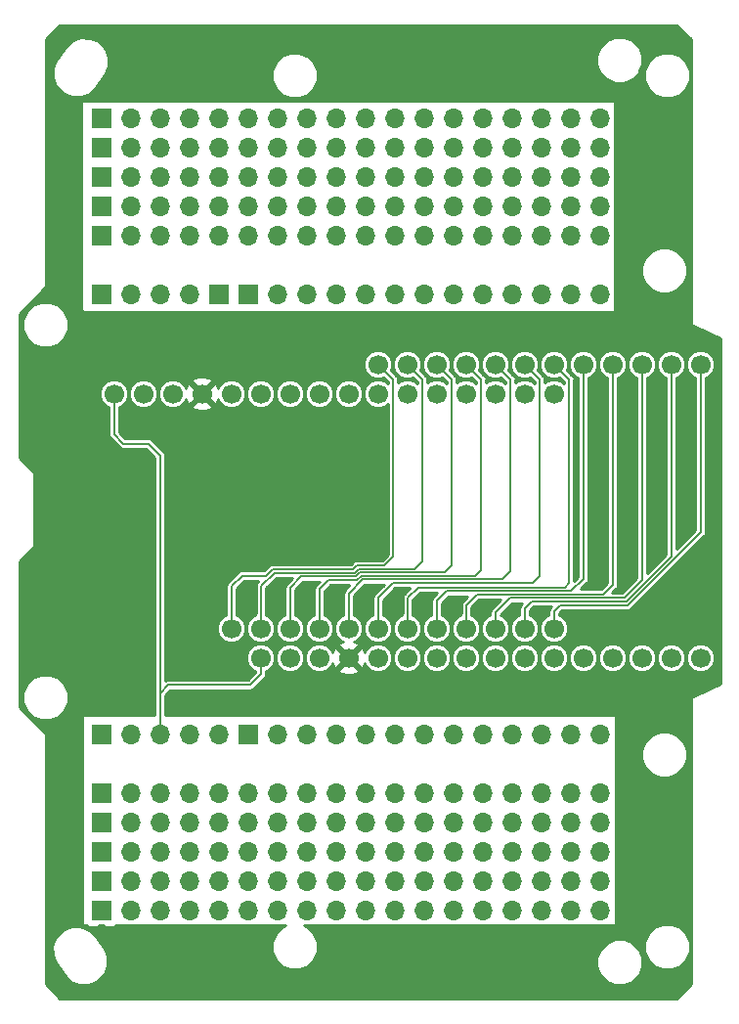
<source format=gtl>
G04 #@! TF.GenerationSoftware,KiCad,Pcbnew,(5.0.0-rc2-dev-444-g2974a2c10)*
G04 #@! TF.CreationDate,2019-11-08T21:54:56-08:00*
G04 #@! TF.ProjectId,Cricket_Feather_Flip,437269636B65745F466561746865725F,v01*
G04 #@! TF.SameCoordinates,Original*
G04 #@! TF.FileFunction,Copper,L1,Top,Signal*
G04 #@! TF.FilePolarity,Positive*
%FSLAX46Y46*%
G04 Gerber Fmt 4.6, Leading zero omitted, Abs format (unit mm)*
G04 Created by KiCad (PCBNEW (5.0.0-rc2-dev-444-g2974a2c10)) date 11/08/19 21:54:56*
%MOMM*%
%LPD*%
G01*
G04 APERTURE LIST*
%ADD10C,1.700000*%
%ADD11O,1.700000X1.700000*%
%ADD12R,1.700000X1.700000*%
%ADD13C,0.685800*%
%ADD14C,0.152400*%
%ADD15C,0.254000*%
G04 APERTURE END LIST*
D10*
X105250000Y-100076000D03*
X107790000Y-100076000D03*
X110330000Y-100076000D03*
X112870000Y-100076000D03*
X115410000Y-100076000D03*
X117950000Y-100076000D03*
X120490000Y-100076000D03*
X123030000Y-100076000D03*
X125570000Y-100076000D03*
X128110000Y-100076000D03*
X130650000Y-100076000D03*
X133190000Y-100076000D03*
X135730000Y-100076000D03*
X138270000Y-100076000D03*
X140810000Y-100076000D03*
X143350000Y-100076000D03*
X115410000Y-74676000D03*
X117950000Y-74676000D03*
X120490000Y-74676000D03*
X123030000Y-74676000D03*
X125570000Y-74676000D03*
X128110000Y-74676000D03*
X130650000Y-74676000D03*
X133190000Y-74676000D03*
X135730000Y-74676000D03*
X138270000Y-74676000D03*
X140810000Y-74676000D03*
X143350000Y-74676000D03*
X130657600Y-97536000D03*
X128117600Y-97536000D03*
X125577600Y-97536000D03*
X123037600Y-97536000D03*
X120497600Y-97536000D03*
X117957600Y-97536000D03*
X115417600Y-97536000D03*
X112877600Y-97536000D03*
X110337600Y-97536000D03*
X107797600Y-97536000D03*
X105257600Y-97536000D03*
X102717600Y-97536000D03*
X130657600Y-77216000D03*
X128117600Y-77216000D03*
X125577600Y-77216000D03*
X123037600Y-77216000D03*
X120497600Y-77216000D03*
X117957600Y-77216000D03*
X115417600Y-77216000D03*
X112877600Y-77216000D03*
X110337600Y-77216000D03*
X107797600Y-77216000D03*
X105257600Y-77216000D03*
X102717600Y-77216000D03*
X100177600Y-77216000D03*
X97637600Y-77216000D03*
X95097600Y-77216000D03*
X92557600Y-77216000D03*
D11*
X134620000Y-121920000D03*
X132080000Y-121920000D03*
X129540000Y-121920000D03*
X127000000Y-121920000D03*
X124460000Y-121920000D03*
X121920000Y-121920000D03*
X119380000Y-121920000D03*
X116840000Y-121920000D03*
X114300000Y-121920000D03*
X111760000Y-121920000D03*
X109220000Y-121920000D03*
X106680000Y-121920000D03*
X104140000Y-121920000D03*
X101600000Y-121920000D03*
X99060000Y-121920000D03*
X96520000Y-121920000D03*
X93980000Y-121920000D03*
D12*
X91440000Y-121920000D03*
D11*
X134620000Y-119380000D03*
X132080000Y-119380000D03*
X129540000Y-119380000D03*
X127000000Y-119380000D03*
X124460000Y-119380000D03*
X121920000Y-119380000D03*
X119380000Y-119380000D03*
X116840000Y-119380000D03*
X114300000Y-119380000D03*
X111760000Y-119380000D03*
X109220000Y-119380000D03*
X106680000Y-119380000D03*
X104140000Y-119380000D03*
X101600000Y-119380000D03*
X99060000Y-119380000D03*
X96520000Y-119380000D03*
X93980000Y-119380000D03*
D12*
X91440000Y-119380000D03*
D11*
X134620000Y-116840000D03*
X132080000Y-116840000D03*
X129540000Y-116840000D03*
X127000000Y-116840000D03*
X124460000Y-116840000D03*
X121920000Y-116840000D03*
X119380000Y-116840000D03*
X116840000Y-116840000D03*
X114300000Y-116840000D03*
X111760000Y-116840000D03*
X109220000Y-116840000D03*
X106680000Y-116840000D03*
X104140000Y-116840000D03*
X101600000Y-116840000D03*
X99060000Y-116840000D03*
X96520000Y-116840000D03*
X93980000Y-116840000D03*
D12*
X91440000Y-116840000D03*
D11*
X134620000Y-114300000D03*
X132080000Y-114300000D03*
X129540000Y-114300000D03*
X127000000Y-114300000D03*
X124460000Y-114300000D03*
X121920000Y-114300000D03*
X119380000Y-114300000D03*
X116840000Y-114300000D03*
X114300000Y-114300000D03*
X111760000Y-114300000D03*
X109220000Y-114300000D03*
X106680000Y-114300000D03*
X104140000Y-114300000D03*
X101600000Y-114300000D03*
X99060000Y-114300000D03*
X96520000Y-114300000D03*
X93980000Y-114300000D03*
D12*
X91440000Y-114300000D03*
D11*
X134620000Y-111760000D03*
X132080000Y-111760000D03*
X129540000Y-111760000D03*
X127000000Y-111760000D03*
X124460000Y-111760000D03*
X121920000Y-111760000D03*
X119380000Y-111760000D03*
X116840000Y-111760000D03*
X114300000Y-111760000D03*
X111760000Y-111760000D03*
X109220000Y-111760000D03*
X106680000Y-111760000D03*
X104140000Y-111760000D03*
X101600000Y-111760000D03*
X99060000Y-111760000D03*
X96520000Y-111760000D03*
X93980000Y-111760000D03*
D12*
X91440000Y-111760000D03*
D11*
X134620000Y-63500000D03*
X132080000Y-63500000D03*
X129540000Y-63500000D03*
X127000000Y-63500000D03*
X124460000Y-63500000D03*
X121920000Y-63500000D03*
X119380000Y-63500000D03*
X116840000Y-63500000D03*
X114300000Y-63500000D03*
X111760000Y-63500000D03*
X109220000Y-63500000D03*
X106680000Y-63500000D03*
X104140000Y-63500000D03*
X101600000Y-63500000D03*
X99060000Y-63500000D03*
X96520000Y-63500000D03*
X93980000Y-63500000D03*
D12*
X91440000Y-63500000D03*
D11*
X134620000Y-60960000D03*
X132080000Y-60960000D03*
X129540000Y-60960000D03*
X127000000Y-60960000D03*
X124460000Y-60960000D03*
X121920000Y-60960000D03*
X119380000Y-60960000D03*
X116840000Y-60960000D03*
X114300000Y-60960000D03*
X111760000Y-60960000D03*
X109220000Y-60960000D03*
X106680000Y-60960000D03*
X104140000Y-60960000D03*
X101600000Y-60960000D03*
X99060000Y-60960000D03*
X96520000Y-60960000D03*
X93980000Y-60960000D03*
D12*
X91440000Y-60960000D03*
D11*
X134620000Y-58420000D03*
X132080000Y-58420000D03*
X129540000Y-58420000D03*
X127000000Y-58420000D03*
X124460000Y-58420000D03*
X121920000Y-58420000D03*
X119380000Y-58420000D03*
X116840000Y-58420000D03*
X114300000Y-58420000D03*
X111760000Y-58420000D03*
X109220000Y-58420000D03*
X106680000Y-58420000D03*
X104140000Y-58420000D03*
X101600000Y-58420000D03*
X99060000Y-58420000D03*
X96520000Y-58420000D03*
X93980000Y-58420000D03*
D12*
X91440000Y-58420000D03*
D11*
X134620000Y-106680000D03*
X132080000Y-106680000D03*
X129540000Y-106680000D03*
X127000000Y-106680000D03*
X124460000Y-106680000D03*
X121920000Y-106680000D03*
X119380000Y-106680000D03*
X116840000Y-106680000D03*
X114300000Y-106680000D03*
X111760000Y-106680000D03*
X109220000Y-106680000D03*
X106680000Y-106680000D03*
D12*
X104140000Y-106680000D03*
D11*
X101600000Y-106680000D03*
X99060000Y-106680000D03*
X96520000Y-106680000D03*
X93980000Y-106680000D03*
D12*
X91440000Y-106680000D03*
D11*
X134620000Y-68580000D03*
X132080000Y-68580000D03*
X129540000Y-68580000D03*
X127000000Y-68580000D03*
X124460000Y-68580000D03*
X121920000Y-68580000D03*
X119380000Y-68580000D03*
X116840000Y-68580000D03*
X114300000Y-68580000D03*
X111760000Y-68580000D03*
X109220000Y-68580000D03*
X106680000Y-68580000D03*
D12*
X104140000Y-68580000D03*
X101600000Y-68580000D03*
D11*
X99060000Y-68580000D03*
X96520000Y-68580000D03*
X93980000Y-68580000D03*
D12*
X91440000Y-68580000D03*
D11*
X134620000Y-55880000D03*
X132080000Y-55880000D03*
X129540000Y-55880000D03*
X127000000Y-55880000D03*
X124460000Y-55880000D03*
X121920000Y-55880000D03*
X119380000Y-55880000D03*
X116840000Y-55880000D03*
X114300000Y-55880000D03*
X111760000Y-55880000D03*
X109220000Y-55880000D03*
X106680000Y-55880000D03*
X104140000Y-55880000D03*
X101600000Y-55880000D03*
X99060000Y-55880000D03*
X96520000Y-55880000D03*
X93980000Y-55880000D03*
D12*
X91440000Y-55880000D03*
D11*
X134620000Y-53340000D03*
X132080000Y-53340000D03*
X129540000Y-53340000D03*
X127000000Y-53340000D03*
X124460000Y-53340000D03*
X121920000Y-53340000D03*
X119380000Y-53340000D03*
X116840000Y-53340000D03*
X114300000Y-53340000D03*
X111760000Y-53340000D03*
X109220000Y-53340000D03*
X106680000Y-53340000D03*
X104140000Y-53340000D03*
X101600000Y-53340000D03*
X99060000Y-53340000D03*
X96520000Y-53340000D03*
X93980000Y-53340000D03*
D12*
X91440000Y-53340000D03*
D13*
X142240000Y-94234000D03*
X86360000Y-91694000D03*
X86360000Y-82804000D03*
X139700000Y-63500000D03*
X87884000Y-63500000D03*
X139700000Y-53340000D03*
X87884000Y-53340000D03*
X139700000Y-121920000D03*
X87884000Y-121920000D03*
X139700000Y-111760000D03*
X87884000Y-111760000D03*
X104140000Y-104394000D03*
X104120000Y-70880000D03*
X101600000Y-70790000D03*
D14*
X128117600Y-97536000D02*
X128117600Y-95783400D01*
X128701810Y-95199190D02*
X136906744Y-95199190D01*
X128117600Y-95783400D02*
X128701810Y-95199190D01*
X140810000Y-91295934D02*
X140810000Y-74676000D01*
X136906744Y-95199190D02*
X140810000Y-91295934D01*
X143350000Y-89187000D02*
X143350000Y-74676000D01*
X137033000Y-95504000D02*
X143350000Y-89187000D01*
X131191000Y-95504000D02*
X137033000Y-95504000D01*
X130657600Y-97536000D02*
X130657600Y-96037400D01*
X130657600Y-96037400D02*
X131191000Y-95504000D01*
X105250000Y-101506000D02*
X105250000Y-100076000D01*
X104343210Y-102412790D02*
X105250000Y-101506000D01*
X97231210Y-102412790D02*
X104343210Y-102412790D01*
X96520000Y-106680000D02*
X96520000Y-103124000D01*
X96520000Y-103124000D02*
X97231210Y-102412790D01*
X96520000Y-103124000D02*
X96520000Y-82550000D01*
X96520000Y-82550000D02*
X95504000Y-81534000D01*
X95504000Y-81534000D02*
X93345000Y-81534000D01*
X92557600Y-80746600D02*
X92557600Y-77216000D01*
X93345000Y-81534000D02*
X92557600Y-80746600D01*
X119253000Y-75979000D02*
X117950000Y-74676000D01*
X119253000Y-91694000D02*
X119253000Y-75979000D01*
X118567240Y-92379760D02*
X119253000Y-91694000D01*
X113718042Y-92379760D02*
X118567240Y-92379760D01*
X105283000Y-96308519D02*
X105283000Y-93853000D01*
X105283000Y-93853000D02*
X106426000Y-92710000D01*
X105257600Y-97536000D02*
X105257600Y-96333919D01*
X106426000Y-92710000D02*
X113387802Y-92710000D01*
X105257600Y-96333919D02*
X105283000Y-96308519D01*
X113387802Y-92710000D02*
X113718042Y-92379760D01*
X138270000Y-93378000D02*
X138270000Y-74676000D01*
X136753620Y-94894380D02*
X138270000Y-93378000D01*
X126847620Y-94894380D02*
X136753620Y-94894380D01*
X125577600Y-97536000D02*
X125577600Y-96164400D01*
X125577600Y-96164400D02*
X126847620Y-94894380D01*
X123037600Y-96333919D02*
X123063000Y-96308519D01*
X123037600Y-97536000D02*
X123037600Y-96333919D01*
X135730000Y-93759000D02*
X135730000Y-74676000D01*
X123063000Y-96308519D02*
X123063000Y-95504000D01*
X123063000Y-95504000D02*
X123977430Y-94589570D01*
X123977430Y-94589570D02*
X134899430Y-94589570D01*
X134899430Y-94589570D02*
X135730000Y-93759000D01*
X120497600Y-97536000D02*
X120497600Y-95148400D01*
X133190000Y-93251000D02*
X133190000Y-74676000D01*
X132156240Y-94284760D02*
X133190000Y-93251000D01*
X121361240Y-94284760D02*
X120497600Y-95148400D01*
X132156240Y-94284760D02*
X121361240Y-94284760D01*
X131953000Y-75946000D02*
X131920000Y-75946000D01*
X131953000Y-93599000D02*
X131953000Y-75946000D01*
X117957600Y-97536000D02*
X117957600Y-96333919D01*
X131920000Y-75946000D02*
X130650000Y-74676000D01*
X117957600Y-96333919D02*
X117983000Y-96308519D01*
X117983000Y-96308519D02*
X117983000Y-94869000D01*
X117983000Y-94869000D02*
X118872049Y-93979951D01*
X118872049Y-93979951D02*
X131572050Y-93979950D01*
X131572050Y-93979950D02*
X131953000Y-93599000D01*
X129413000Y-75979000D02*
X128110000Y-74676000D01*
X129413000Y-92964000D02*
X129413000Y-75979000D01*
X128778000Y-93599000D02*
X129413000Y-92964000D01*
X116713000Y-93599000D02*
X128778000Y-93599000D01*
X115417600Y-97536000D02*
X115417600Y-94894400D01*
X115417600Y-94894400D02*
X116713000Y-93599000D01*
X126840000Y-75946000D02*
X125570000Y-74676000D01*
X112877600Y-94513400D02*
X114096810Y-93294190D01*
X112877600Y-97536000D02*
X112877600Y-94513400D01*
X114096810Y-93294190D02*
X126161810Y-93294190D01*
X126161810Y-93294190D02*
X126873000Y-92583000D01*
X126873000Y-92583000D02*
X126873000Y-75946000D01*
X126873000Y-75946000D02*
X126840000Y-75946000D01*
X124300000Y-75946000D02*
X123030000Y-74676000D01*
X124333000Y-92456000D02*
X124333000Y-75946000D01*
X110337600Y-94132400D02*
X111125000Y-93345000D01*
X110337600Y-97536000D02*
X110337600Y-94132400D01*
X111125000Y-93345000D02*
X113614934Y-93345000D01*
X124333000Y-75946000D02*
X124300000Y-75946000D01*
X113614934Y-93345000D02*
X113970554Y-92989380D01*
X113970554Y-92989380D02*
X123799620Y-92989380D01*
X123799620Y-92989380D02*
X124333000Y-92456000D01*
X121793000Y-75979000D02*
X120490000Y-74676000D01*
X121793000Y-92075000D02*
X121793000Y-75979000D01*
X107797600Y-97536000D02*
X107797600Y-94005400D01*
X108762810Y-93040190D02*
X113488678Y-93040190D01*
X107797600Y-94005400D02*
X108762810Y-93040190D01*
X113844298Y-92684570D02*
X121183430Y-92684570D01*
X113488678Y-93040190D02*
X113844298Y-92684570D01*
X121183430Y-92684570D02*
X121793000Y-92075000D01*
X116713000Y-75979000D02*
X115410000Y-74676000D01*
X116713000Y-91313000D02*
X116713000Y-75979000D01*
X115951050Y-92074950D02*
X116713000Y-91313000D01*
X113591786Y-92074950D02*
X115951050Y-92074950D01*
X102717600Y-93878400D02*
X103632000Y-92964000D01*
X102717600Y-97536000D02*
X102717600Y-93878400D01*
X103632000Y-92964000D02*
X105740934Y-92964000D01*
X105740934Y-92964000D02*
X106299744Y-92405190D01*
X106299744Y-92405190D02*
X113261546Y-92405190D01*
X113261546Y-92405190D02*
X113591786Y-92074950D01*
D15*
G36*
X142494000Y-46534606D02*
X142494000Y-71120000D01*
X142503667Y-71168601D01*
X142531197Y-71209803D01*
X142564204Y-71233592D01*
X145034000Y-72468490D01*
X145034000Y-102283510D01*
X142564204Y-103518408D01*
X142525057Y-103548789D01*
X142500517Y-103591839D01*
X142494000Y-103632000D01*
X142494000Y-128344394D01*
X141298394Y-129540000D01*
X87809606Y-129540000D01*
X86614000Y-128344394D01*
X86614000Y-125038024D01*
X87193499Y-125038024D01*
X87211559Y-125865699D01*
X87460817Y-126432184D01*
X88326872Y-127669039D01*
X88773941Y-128097015D01*
X89545525Y-128397068D01*
X90373201Y-128379009D01*
X91130963Y-128045586D01*
X91703448Y-127447560D01*
X92003501Y-126675976D01*
X91985442Y-125848300D01*
X91736183Y-125281817D01*
X90870128Y-124044961D01*
X90423059Y-123616985D01*
X89651475Y-123316932D01*
X88823800Y-123334992D01*
X88066038Y-123668415D01*
X87493552Y-124266440D01*
X87193499Y-125038024D01*
X86614000Y-125038024D01*
X86614000Y-106680000D01*
X86604333Y-106631399D01*
X86576803Y-106590197D01*
X84328000Y-104341394D01*
X84328000Y-103110955D01*
X84633000Y-103110955D01*
X84633000Y-103899045D01*
X84934589Y-104627146D01*
X85491854Y-105184411D01*
X86219955Y-105486000D01*
X87008045Y-105486000D01*
X87736146Y-105184411D01*
X87764557Y-105156000D01*
X89789000Y-105156000D01*
X89789000Y-123139835D01*
X89798667Y-123188436D01*
X89826197Y-123229638D01*
X89867399Y-123257168D01*
X89916000Y-123266835D01*
X90188809Y-123266835D01*
X90230301Y-123308327D01*
X90463690Y-123405000D01*
X91154250Y-123405000D01*
X91292415Y-123266835D01*
X91587585Y-123266835D01*
X91725750Y-123405000D01*
X92416310Y-123405000D01*
X92649699Y-123308327D01*
X92691191Y-123266835D01*
X107440978Y-123266835D01*
X107081854Y-123415589D01*
X106524589Y-123972854D01*
X106223000Y-124700955D01*
X106223000Y-125489045D01*
X106524589Y-126217146D01*
X107081854Y-126774411D01*
X107809955Y-127076000D01*
X108598045Y-127076000D01*
X109326146Y-126774411D01*
X109883411Y-126217146D01*
X109959084Y-126034455D01*
X134353500Y-126034455D01*
X134353500Y-126822545D01*
X134655089Y-127550646D01*
X135212354Y-128107911D01*
X135940455Y-128409500D01*
X136728545Y-128409500D01*
X137456646Y-128107911D01*
X138013911Y-127550646D01*
X138315500Y-126822545D01*
X138315500Y-126034455D01*
X138013911Y-125306354D01*
X137456646Y-124749089D01*
X137340441Y-124700955D01*
X138481000Y-124700955D01*
X138481000Y-125489045D01*
X138782589Y-126217146D01*
X139339854Y-126774411D01*
X140067955Y-127076000D01*
X140856045Y-127076000D01*
X141584146Y-126774411D01*
X142141411Y-126217146D01*
X142443000Y-125489045D01*
X142443000Y-124700955D01*
X142141411Y-123972854D01*
X141584146Y-123415589D01*
X140856045Y-123114000D01*
X140067955Y-123114000D01*
X139339854Y-123415589D01*
X138782589Y-123972854D01*
X138481000Y-124700955D01*
X137340441Y-124700955D01*
X136728545Y-124447500D01*
X135940455Y-124447500D01*
X135212354Y-124749089D01*
X134655089Y-125306354D01*
X134353500Y-126034455D01*
X109959084Y-126034455D01*
X110185000Y-125489045D01*
X110185000Y-124700955D01*
X109883411Y-123972854D01*
X109326146Y-123415589D01*
X108967022Y-123266835D01*
X135890000Y-123266835D01*
X135938601Y-123257168D01*
X135979803Y-123229638D01*
X136007333Y-123188436D01*
X136017000Y-123139835D01*
X136017000Y-108063955D01*
X138227000Y-108063955D01*
X138227000Y-108852045D01*
X138528589Y-109580146D01*
X139085854Y-110137411D01*
X139813955Y-110439000D01*
X140602045Y-110439000D01*
X141330146Y-110137411D01*
X141887411Y-109580146D01*
X142189000Y-108852045D01*
X142189000Y-108063955D01*
X141887411Y-107335854D01*
X141330146Y-106778589D01*
X140602045Y-106477000D01*
X139813955Y-106477000D01*
X139085854Y-106778589D01*
X138528589Y-107335854D01*
X138227000Y-108063955D01*
X136017000Y-108063955D01*
X136017000Y-105156000D01*
X136007333Y-105107399D01*
X135979803Y-105066197D01*
X135938601Y-105038667D01*
X135890000Y-105029000D01*
X96977200Y-105029000D01*
X96977200Y-103313378D01*
X97420589Y-102869990D01*
X104298180Y-102869990D01*
X104343210Y-102878947D01*
X104388240Y-102869990D01*
X104521601Y-102843463D01*
X104672833Y-102742413D01*
X104698342Y-102704236D01*
X105541449Y-101861130D01*
X105579623Y-101835623D01*
X105680673Y-101684391D01*
X105707200Y-101551030D01*
X105707200Y-101551029D01*
X105716157Y-101506000D01*
X105707200Y-101460970D01*
X105707200Y-101219047D01*
X105947306Y-101119592D01*
X106293592Y-100773306D01*
X106481000Y-100320861D01*
X106481000Y-99831139D01*
X106559000Y-99831139D01*
X106559000Y-100320861D01*
X106746408Y-100773306D01*
X107092694Y-101119592D01*
X107545139Y-101307000D01*
X108034861Y-101307000D01*
X108487306Y-101119592D01*
X108833592Y-100773306D01*
X109021000Y-100320861D01*
X109021000Y-99831139D01*
X109099000Y-99831139D01*
X109099000Y-100320861D01*
X109286408Y-100773306D01*
X109632694Y-101119592D01*
X110085139Y-101307000D01*
X110574861Y-101307000D01*
X111026422Y-101119958D01*
X112005647Y-101119958D01*
X112085920Y-101371259D01*
X112641279Y-101572718D01*
X113231458Y-101546315D01*
X113654080Y-101371259D01*
X113734353Y-101119958D01*
X112870000Y-100255605D01*
X112005647Y-101119958D01*
X111026422Y-101119958D01*
X111027306Y-101119592D01*
X111373592Y-100773306D01*
X111456195Y-100573884D01*
X111574741Y-100860080D01*
X111826042Y-100940353D01*
X112690395Y-100076000D01*
X113049605Y-100076000D01*
X113913958Y-100940353D01*
X114165259Y-100860080D01*
X114275954Y-100554929D01*
X114366408Y-100773306D01*
X114712694Y-101119592D01*
X115165139Y-101307000D01*
X115654861Y-101307000D01*
X116107306Y-101119592D01*
X116453592Y-100773306D01*
X116641000Y-100320861D01*
X116641000Y-99831139D01*
X116719000Y-99831139D01*
X116719000Y-100320861D01*
X116906408Y-100773306D01*
X117252694Y-101119592D01*
X117705139Y-101307000D01*
X118194861Y-101307000D01*
X118647306Y-101119592D01*
X118993592Y-100773306D01*
X119181000Y-100320861D01*
X119181000Y-99831139D01*
X119259000Y-99831139D01*
X119259000Y-100320861D01*
X119446408Y-100773306D01*
X119792694Y-101119592D01*
X120245139Y-101307000D01*
X120734861Y-101307000D01*
X121187306Y-101119592D01*
X121533592Y-100773306D01*
X121721000Y-100320861D01*
X121721000Y-99831139D01*
X121799000Y-99831139D01*
X121799000Y-100320861D01*
X121986408Y-100773306D01*
X122332694Y-101119592D01*
X122785139Y-101307000D01*
X123274861Y-101307000D01*
X123727306Y-101119592D01*
X124073592Y-100773306D01*
X124261000Y-100320861D01*
X124261000Y-99831139D01*
X124339000Y-99831139D01*
X124339000Y-100320861D01*
X124526408Y-100773306D01*
X124872694Y-101119592D01*
X125325139Y-101307000D01*
X125814861Y-101307000D01*
X126267306Y-101119592D01*
X126613592Y-100773306D01*
X126801000Y-100320861D01*
X126801000Y-99831139D01*
X126879000Y-99831139D01*
X126879000Y-100320861D01*
X127066408Y-100773306D01*
X127412694Y-101119592D01*
X127865139Y-101307000D01*
X128354861Y-101307000D01*
X128807306Y-101119592D01*
X129153592Y-100773306D01*
X129341000Y-100320861D01*
X129341000Y-99831139D01*
X129419000Y-99831139D01*
X129419000Y-100320861D01*
X129606408Y-100773306D01*
X129952694Y-101119592D01*
X130405139Y-101307000D01*
X130894861Y-101307000D01*
X131347306Y-101119592D01*
X131693592Y-100773306D01*
X131881000Y-100320861D01*
X131881000Y-99831139D01*
X131959000Y-99831139D01*
X131959000Y-100320861D01*
X132146408Y-100773306D01*
X132492694Y-101119592D01*
X132945139Y-101307000D01*
X133434861Y-101307000D01*
X133887306Y-101119592D01*
X134233592Y-100773306D01*
X134421000Y-100320861D01*
X134421000Y-99831139D01*
X134499000Y-99831139D01*
X134499000Y-100320861D01*
X134686408Y-100773306D01*
X135032694Y-101119592D01*
X135485139Y-101307000D01*
X135974861Y-101307000D01*
X136427306Y-101119592D01*
X136773592Y-100773306D01*
X136961000Y-100320861D01*
X136961000Y-99831139D01*
X137039000Y-99831139D01*
X137039000Y-100320861D01*
X137226408Y-100773306D01*
X137572694Y-101119592D01*
X138025139Y-101307000D01*
X138514861Y-101307000D01*
X138967306Y-101119592D01*
X139313592Y-100773306D01*
X139501000Y-100320861D01*
X139501000Y-99831139D01*
X139579000Y-99831139D01*
X139579000Y-100320861D01*
X139766408Y-100773306D01*
X140112694Y-101119592D01*
X140565139Y-101307000D01*
X141054861Y-101307000D01*
X141507306Y-101119592D01*
X141853592Y-100773306D01*
X142041000Y-100320861D01*
X142041000Y-99831139D01*
X142119000Y-99831139D01*
X142119000Y-100320861D01*
X142306408Y-100773306D01*
X142652694Y-101119592D01*
X143105139Y-101307000D01*
X143594861Y-101307000D01*
X144047306Y-101119592D01*
X144393592Y-100773306D01*
X144581000Y-100320861D01*
X144581000Y-99831139D01*
X144393592Y-99378694D01*
X144047306Y-99032408D01*
X143594861Y-98845000D01*
X143105139Y-98845000D01*
X142652694Y-99032408D01*
X142306408Y-99378694D01*
X142119000Y-99831139D01*
X142041000Y-99831139D01*
X141853592Y-99378694D01*
X141507306Y-99032408D01*
X141054861Y-98845000D01*
X140565139Y-98845000D01*
X140112694Y-99032408D01*
X139766408Y-99378694D01*
X139579000Y-99831139D01*
X139501000Y-99831139D01*
X139313592Y-99378694D01*
X138967306Y-99032408D01*
X138514861Y-98845000D01*
X138025139Y-98845000D01*
X137572694Y-99032408D01*
X137226408Y-99378694D01*
X137039000Y-99831139D01*
X136961000Y-99831139D01*
X136773592Y-99378694D01*
X136427306Y-99032408D01*
X135974861Y-98845000D01*
X135485139Y-98845000D01*
X135032694Y-99032408D01*
X134686408Y-99378694D01*
X134499000Y-99831139D01*
X134421000Y-99831139D01*
X134233592Y-99378694D01*
X133887306Y-99032408D01*
X133434861Y-98845000D01*
X132945139Y-98845000D01*
X132492694Y-99032408D01*
X132146408Y-99378694D01*
X131959000Y-99831139D01*
X131881000Y-99831139D01*
X131693592Y-99378694D01*
X131347306Y-99032408D01*
X130894861Y-98845000D01*
X130405139Y-98845000D01*
X129952694Y-99032408D01*
X129606408Y-99378694D01*
X129419000Y-99831139D01*
X129341000Y-99831139D01*
X129153592Y-99378694D01*
X128807306Y-99032408D01*
X128354861Y-98845000D01*
X127865139Y-98845000D01*
X127412694Y-99032408D01*
X127066408Y-99378694D01*
X126879000Y-99831139D01*
X126801000Y-99831139D01*
X126613592Y-99378694D01*
X126267306Y-99032408D01*
X125814861Y-98845000D01*
X125325139Y-98845000D01*
X124872694Y-99032408D01*
X124526408Y-99378694D01*
X124339000Y-99831139D01*
X124261000Y-99831139D01*
X124073592Y-99378694D01*
X123727306Y-99032408D01*
X123274861Y-98845000D01*
X122785139Y-98845000D01*
X122332694Y-99032408D01*
X121986408Y-99378694D01*
X121799000Y-99831139D01*
X121721000Y-99831139D01*
X121533592Y-99378694D01*
X121187306Y-99032408D01*
X120734861Y-98845000D01*
X120245139Y-98845000D01*
X119792694Y-99032408D01*
X119446408Y-99378694D01*
X119259000Y-99831139D01*
X119181000Y-99831139D01*
X118993592Y-99378694D01*
X118647306Y-99032408D01*
X118194861Y-98845000D01*
X117705139Y-98845000D01*
X117252694Y-99032408D01*
X116906408Y-99378694D01*
X116719000Y-99831139D01*
X116641000Y-99831139D01*
X116453592Y-99378694D01*
X116107306Y-99032408D01*
X115654861Y-98845000D01*
X115165139Y-98845000D01*
X114712694Y-99032408D01*
X114366408Y-99378694D01*
X114283805Y-99578116D01*
X114165259Y-99291920D01*
X113913958Y-99211647D01*
X113049605Y-100076000D01*
X112690395Y-100076000D01*
X111826042Y-99211647D01*
X111574741Y-99291920D01*
X111464046Y-99597071D01*
X111373592Y-99378694D01*
X111027306Y-99032408D01*
X110574861Y-98845000D01*
X110085139Y-98845000D01*
X109632694Y-99032408D01*
X109286408Y-99378694D01*
X109099000Y-99831139D01*
X109021000Y-99831139D01*
X108833592Y-99378694D01*
X108487306Y-99032408D01*
X108034861Y-98845000D01*
X107545139Y-98845000D01*
X107092694Y-99032408D01*
X106746408Y-99378694D01*
X106559000Y-99831139D01*
X106481000Y-99831139D01*
X106293592Y-99378694D01*
X105947306Y-99032408D01*
X105494861Y-98845000D01*
X105005139Y-98845000D01*
X104552694Y-99032408D01*
X104206408Y-99378694D01*
X104019000Y-99831139D01*
X104019000Y-100320861D01*
X104206408Y-100773306D01*
X104552694Y-101119592D01*
X104792800Y-101219047D01*
X104792800Y-101316621D01*
X104153832Y-101955590D01*
X97276240Y-101955590D01*
X97231210Y-101946633D01*
X97186180Y-101955590D01*
X97052819Y-101982117D01*
X96977200Y-102032644D01*
X96977200Y-97291139D01*
X101486600Y-97291139D01*
X101486600Y-97780861D01*
X101674008Y-98233306D01*
X102020294Y-98579592D01*
X102472739Y-98767000D01*
X102962461Y-98767000D01*
X103414906Y-98579592D01*
X103761192Y-98233306D01*
X103948600Y-97780861D01*
X103948600Y-97291139D01*
X103761192Y-96838694D01*
X103414906Y-96492408D01*
X103174800Y-96392953D01*
X103174800Y-94067778D01*
X103821379Y-93421200D01*
X105068222Y-93421200D01*
X104991552Y-93497870D01*
X104953378Y-93523377D01*
X104927871Y-93561551D01*
X104927870Y-93561552D01*
X104852327Y-93674610D01*
X104816843Y-93853000D01*
X104825801Y-93898035D01*
X104825800Y-96161194D01*
X104791443Y-96333919D01*
X104800401Y-96378954D01*
X104800401Y-96392953D01*
X104560294Y-96492408D01*
X104214008Y-96838694D01*
X104026600Y-97291139D01*
X104026600Y-97780861D01*
X104214008Y-98233306D01*
X104560294Y-98579592D01*
X105012739Y-98767000D01*
X105502461Y-98767000D01*
X105954906Y-98579592D01*
X106301192Y-98233306D01*
X106488600Y-97780861D01*
X106488600Y-97291139D01*
X106301192Y-96838694D01*
X105954906Y-96492408D01*
X105731025Y-96399674D01*
X105740200Y-96353549D01*
X105740200Y-96353548D01*
X105749157Y-96308520D01*
X105740200Y-96263490D01*
X105740200Y-94042378D01*
X106615379Y-93167200D01*
X107989221Y-93167200D01*
X107506152Y-93650270D01*
X107467978Y-93675777D01*
X107442471Y-93713951D01*
X107442470Y-93713952D01*
X107366927Y-93827010D01*
X107331443Y-94005400D01*
X107340401Y-94050435D01*
X107340400Y-96392953D01*
X107100294Y-96492408D01*
X106754008Y-96838694D01*
X106566600Y-97291139D01*
X106566600Y-97780861D01*
X106754008Y-98233306D01*
X107100294Y-98579592D01*
X107552739Y-98767000D01*
X108042461Y-98767000D01*
X108494906Y-98579592D01*
X108841192Y-98233306D01*
X109028600Y-97780861D01*
X109028600Y-97291139D01*
X108841192Y-96838694D01*
X108494906Y-96492408D01*
X108254800Y-96392953D01*
X108254800Y-94194778D01*
X108952189Y-93497390D01*
X110326032Y-93497390D01*
X110046152Y-93777270D01*
X110007978Y-93802777D01*
X109982471Y-93840951D01*
X109982470Y-93840952D01*
X109906927Y-93954010D01*
X109871443Y-94132400D01*
X109880401Y-94177435D01*
X109880400Y-96392953D01*
X109640294Y-96492408D01*
X109294008Y-96838694D01*
X109106600Y-97291139D01*
X109106600Y-97780861D01*
X109294008Y-98233306D01*
X109640294Y-98579592D01*
X110092739Y-98767000D01*
X110582461Y-98767000D01*
X111034906Y-98579592D01*
X111381192Y-98233306D01*
X111568600Y-97780861D01*
X111568600Y-97291139D01*
X111381192Y-96838694D01*
X111034906Y-96492408D01*
X110794800Y-96392953D01*
X110794800Y-94321778D01*
X111314379Y-93802200D01*
X112942222Y-93802200D01*
X112586152Y-94158270D01*
X112547978Y-94183777D01*
X112522471Y-94221951D01*
X112522470Y-94221952D01*
X112446927Y-94335010D01*
X112411443Y-94513400D01*
X112420401Y-94558435D01*
X112420400Y-96392953D01*
X112180294Y-96492408D01*
X111834008Y-96838694D01*
X111646600Y-97291139D01*
X111646600Y-97780861D01*
X111834008Y-98233306D01*
X112180294Y-98579592D01*
X112375916Y-98660621D01*
X112085920Y-98780741D01*
X112005647Y-99032042D01*
X112870000Y-99896395D01*
X113734353Y-99032042D01*
X113654080Y-98780741D01*
X113352981Y-98671516D01*
X113574906Y-98579592D01*
X113921192Y-98233306D01*
X114108600Y-97780861D01*
X114108600Y-97291139D01*
X113921192Y-96838694D01*
X113574906Y-96492408D01*
X113334800Y-96392953D01*
X113334800Y-94702778D01*
X114286189Y-93751390D01*
X115914031Y-93751390D01*
X115126152Y-94539270D01*
X115087978Y-94564777D01*
X115062471Y-94602951D01*
X115062470Y-94602952D01*
X114986927Y-94716010D01*
X114951443Y-94894400D01*
X114960401Y-94939435D01*
X114960400Y-96392953D01*
X114720294Y-96492408D01*
X114374008Y-96838694D01*
X114186600Y-97291139D01*
X114186600Y-97780861D01*
X114374008Y-98233306D01*
X114720294Y-98579592D01*
X115172739Y-98767000D01*
X115662461Y-98767000D01*
X116114906Y-98579592D01*
X116461192Y-98233306D01*
X116648600Y-97780861D01*
X116648600Y-97291139D01*
X116461192Y-96838694D01*
X116114906Y-96492408D01*
X115874800Y-96392953D01*
X115874800Y-95083778D01*
X116902379Y-94056200D01*
X118149221Y-94056200D01*
X117691552Y-94513870D01*
X117653378Y-94539377D01*
X117627871Y-94577551D01*
X117627870Y-94577552D01*
X117552327Y-94690610D01*
X117516843Y-94869000D01*
X117525801Y-94914035D01*
X117525800Y-96161194D01*
X117491443Y-96333919D01*
X117500401Y-96378954D01*
X117500401Y-96392953D01*
X117260294Y-96492408D01*
X116914008Y-96838694D01*
X116726600Y-97291139D01*
X116726600Y-97780861D01*
X116914008Y-98233306D01*
X117260294Y-98579592D01*
X117712739Y-98767000D01*
X118202461Y-98767000D01*
X118654906Y-98579592D01*
X119001192Y-98233306D01*
X119188600Y-97780861D01*
X119188600Y-97291139D01*
X119001192Y-96838694D01*
X118654906Y-96492408D01*
X118431025Y-96399674D01*
X118440200Y-96353549D01*
X118440200Y-96353548D01*
X118449157Y-96308520D01*
X118440200Y-96263490D01*
X118440200Y-95058378D01*
X119061428Y-94437151D01*
X120562271Y-94437151D01*
X120206152Y-94793270D01*
X120167978Y-94818777D01*
X120142471Y-94856951D01*
X120142470Y-94856952D01*
X120066927Y-94970010D01*
X120031443Y-95148400D01*
X120040401Y-95193435D01*
X120040400Y-96392953D01*
X119800294Y-96492408D01*
X119454008Y-96838694D01*
X119266600Y-97291139D01*
X119266600Y-97780861D01*
X119454008Y-98233306D01*
X119800294Y-98579592D01*
X120252739Y-98767000D01*
X120742461Y-98767000D01*
X121194906Y-98579592D01*
X121541192Y-98233306D01*
X121728600Y-97780861D01*
X121728600Y-97291139D01*
X121541192Y-96838694D01*
X121194906Y-96492408D01*
X120954800Y-96392953D01*
X120954800Y-95337778D01*
X121550618Y-94741960D01*
X123178462Y-94741960D01*
X122771552Y-95148870D01*
X122733378Y-95174377D01*
X122707871Y-95212551D01*
X122707870Y-95212552D01*
X122632327Y-95325610D01*
X122596843Y-95504000D01*
X122605801Y-95549034D01*
X122605800Y-96161194D01*
X122571443Y-96333919D01*
X122580401Y-96378954D01*
X122580401Y-96392953D01*
X122340294Y-96492408D01*
X121994008Y-96838694D01*
X121806600Y-97291139D01*
X121806600Y-97780861D01*
X121994008Y-98233306D01*
X122340294Y-98579592D01*
X122792739Y-98767000D01*
X123282461Y-98767000D01*
X123734906Y-98579592D01*
X124081192Y-98233306D01*
X124268600Y-97780861D01*
X124268600Y-97291139D01*
X124081192Y-96838694D01*
X123734906Y-96492408D01*
X123511025Y-96399674D01*
X123520200Y-96353549D01*
X123520200Y-96353548D01*
X123529157Y-96308520D01*
X123520200Y-96263490D01*
X123520200Y-95693378D01*
X124166809Y-95046770D01*
X126048652Y-95046770D01*
X125286152Y-95809270D01*
X125247978Y-95834777D01*
X125222471Y-95872951D01*
X125222470Y-95872952D01*
X125146927Y-95986010D01*
X125111443Y-96164400D01*
X125120401Y-96209435D01*
X125120401Y-96392953D01*
X124880294Y-96492408D01*
X124534008Y-96838694D01*
X124346600Y-97291139D01*
X124346600Y-97780861D01*
X124534008Y-98233306D01*
X124880294Y-98579592D01*
X125332739Y-98767000D01*
X125822461Y-98767000D01*
X126274906Y-98579592D01*
X126621192Y-98233306D01*
X126808600Y-97780861D01*
X126808600Y-97291139D01*
X126621192Y-96838694D01*
X126274906Y-96492408D01*
X126034800Y-96392953D01*
X126034800Y-96353778D01*
X127036998Y-95351580D01*
X127902842Y-95351580D01*
X127826152Y-95428270D01*
X127787978Y-95453777D01*
X127762471Y-95491951D01*
X127762470Y-95491952D01*
X127686927Y-95605010D01*
X127651443Y-95783400D01*
X127660401Y-95828435D01*
X127660401Y-96392953D01*
X127420294Y-96492408D01*
X127074008Y-96838694D01*
X126886600Y-97291139D01*
X126886600Y-97780861D01*
X127074008Y-98233306D01*
X127420294Y-98579592D01*
X127872739Y-98767000D01*
X128362461Y-98767000D01*
X128814906Y-98579592D01*
X129161192Y-98233306D01*
X129348600Y-97780861D01*
X129348600Y-97291139D01*
X129161192Y-96838694D01*
X128814906Y-96492408D01*
X128574800Y-96392953D01*
X128574800Y-95972778D01*
X128891188Y-95656390D01*
X130392032Y-95656390D01*
X130366152Y-95682270D01*
X130327978Y-95707777D01*
X130302471Y-95745951D01*
X130302470Y-95745952D01*
X130226927Y-95859010D01*
X130191443Y-96037400D01*
X130200401Y-96082435D01*
X130200401Y-96392953D01*
X129960294Y-96492408D01*
X129614008Y-96838694D01*
X129426600Y-97291139D01*
X129426600Y-97780861D01*
X129614008Y-98233306D01*
X129960294Y-98579592D01*
X130412739Y-98767000D01*
X130902461Y-98767000D01*
X131354906Y-98579592D01*
X131701192Y-98233306D01*
X131888600Y-97780861D01*
X131888600Y-97291139D01*
X131701192Y-96838694D01*
X131354906Y-96492408D01*
X131114800Y-96392953D01*
X131114800Y-96226778D01*
X131380378Y-95961200D01*
X136987970Y-95961200D01*
X137033000Y-95970157D01*
X137078030Y-95961200D01*
X137211391Y-95934673D01*
X137362623Y-95833623D01*
X137388132Y-95795446D01*
X143641449Y-89542130D01*
X143679623Y-89516623D01*
X143780673Y-89365391D01*
X143807200Y-89232030D01*
X143807200Y-89232029D01*
X143816157Y-89187001D01*
X143807200Y-89141971D01*
X143807200Y-75819047D01*
X144047306Y-75719592D01*
X144393592Y-75373306D01*
X144581000Y-74920861D01*
X144581000Y-74431139D01*
X144393592Y-73978694D01*
X144047306Y-73632408D01*
X143594861Y-73445000D01*
X143105139Y-73445000D01*
X142652694Y-73632408D01*
X142306408Y-73978694D01*
X142119000Y-74431139D01*
X142119000Y-74920861D01*
X142306408Y-75373306D01*
X142652694Y-75719592D01*
X142892801Y-75819047D01*
X142892800Y-88997621D01*
X141267200Y-90623221D01*
X141267200Y-75819047D01*
X141507306Y-75719592D01*
X141853592Y-75373306D01*
X142041000Y-74920861D01*
X142041000Y-74431139D01*
X141853592Y-73978694D01*
X141507306Y-73632408D01*
X141054861Y-73445000D01*
X140565139Y-73445000D01*
X140112694Y-73632408D01*
X139766408Y-73978694D01*
X139579000Y-74431139D01*
X139579000Y-74920861D01*
X139766408Y-75373306D01*
X140112694Y-75719592D01*
X140352801Y-75819047D01*
X140352800Y-91106556D01*
X138727200Y-92732156D01*
X138727200Y-75819047D01*
X138967306Y-75719592D01*
X139313592Y-75373306D01*
X139501000Y-74920861D01*
X139501000Y-74431139D01*
X139313592Y-73978694D01*
X138967306Y-73632408D01*
X138514861Y-73445000D01*
X138025139Y-73445000D01*
X137572694Y-73632408D01*
X137226408Y-73978694D01*
X137039000Y-74431139D01*
X137039000Y-74920861D01*
X137226408Y-75373306D01*
X137572694Y-75719592D01*
X137812801Y-75819047D01*
X137812800Y-93188621D01*
X136564242Y-94437180D01*
X135698398Y-94437180D01*
X136021446Y-94114132D01*
X136059623Y-94088623D01*
X136160673Y-93937391D01*
X136170010Y-93890449D01*
X136196157Y-93759001D01*
X136187200Y-93713971D01*
X136187200Y-75819047D01*
X136427306Y-75719592D01*
X136773592Y-75373306D01*
X136961000Y-74920861D01*
X136961000Y-74431139D01*
X136773592Y-73978694D01*
X136427306Y-73632408D01*
X135974861Y-73445000D01*
X135485139Y-73445000D01*
X135032694Y-73632408D01*
X134686408Y-73978694D01*
X134499000Y-74431139D01*
X134499000Y-74920861D01*
X134686408Y-75373306D01*
X135032694Y-75719592D01*
X135272801Y-75819047D01*
X135272800Y-93569622D01*
X134710052Y-94132370D01*
X132955208Y-94132370D01*
X133481446Y-93606132D01*
X133519623Y-93580623D01*
X133620673Y-93429391D01*
X133647200Y-93296030D01*
X133647200Y-93296029D01*
X133656157Y-93251001D01*
X133647200Y-93205972D01*
X133647200Y-75819047D01*
X133887306Y-75719592D01*
X134233592Y-75373306D01*
X134421000Y-74920861D01*
X134421000Y-74431139D01*
X134233592Y-73978694D01*
X133887306Y-73632408D01*
X133434861Y-73445000D01*
X132945139Y-73445000D01*
X132492694Y-73632408D01*
X132146408Y-73978694D01*
X131959000Y-74431139D01*
X131959000Y-74920861D01*
X132146408Y-75373306D01*
X132492694Y-75719592D01*
X132732801Y-75819047D01*
X132732800Y-93061622D01*
X132410200Y-93384222D01*
X132410200Y-75991030D01*
X132419157Y-75946000D01*
X132383673Y-75767609D01*
X132282623Y-75616377D01*
X132144997Y-75524419D01*
X131781545Y-75160967D01*
X131881000Y-74920861D01*
X131881000Y-74431139D01*
X131693592Y-73978694D01*
X131347306Y-73632408D01*
X130894861Y-73445000D01*
X130405139Y-73445000D01*
X129952694Y-73632408D01*
X129606408Y-73978694D01*
X129419000Y-74431139D01*
X129419000Y-74920861D01*
X129606408Y-75373306D01*
X129952694Y-75719592D01*
X130405139Y-75907000D01*
X130894861Y-75907000D01*
X131134967Y-75807545D01*
X131495801Y-76168380D01*
X131495801Y-76313303D01*
X131354906Y-76172408D01*
X130902461Y-75985000D01*
X130412739Y-75985000D01*
X129960294Y-76172408D01*
X129870200Y-76262502D01*
X129870200Y-76024029D01*
X129879157Y-75978999D01*
X129843673Y-75800609D01*
X129768130Y-75687551D01*
X129742623Y-75649377D01*
X129704449Y-75623870D01*
X129241545Y-75160967D01*
X129341000Y-74920861D01*
X129341000Y-74431139D01*
X129153592Y-73978694D01*
X128807306Y-73632408D01*
X128354861Y-73445000D01*
X127865139Y-73445000D01*
X127412694Y-73632408D01*
X127066408Y-73978694D01*
X126879000Y-74431139D01*
X126879000Y-74920861D01*
X127066408Y-75373306D01*
X127412694Y-75719592D01*
X127865139Y-75907000D01*
X128354861Y-75907000D01*
X128594967Y-75807545D01*
X128955801Y-76168380D01*
X128955801Y-76313303D01*
X128814906Y-76172408D01*
X128362461Y-75985000D01*
X127872739Y-75985000D01*
X127420294Y-76172408D01*
X127330200Y-76262502D01*
X127330200Y-75991030D01*
X127339157Y-75946000D01*
X127303673Y-75767609D01*
X127202623Y-75616377D01*
X127064997Y-75524419D01*
X126701545Y-75160967D01*
X126801000Y-74920861D01*
X126801000Y-74431139D01*
X126613592Y-73978694D01*
X126267306Y-73632408D01*
X125814861Y-73445000D01*
X125325139Y-73445000D01*
X124872694Y-73632408D01*
X124526408Y-73978694D01*
X124339000Y-74431139D01*
X124339000Y-74920861D01*
X124526408Y-75373306D01*
X124872694Y-75719592D01*
X125325139Y-75907000D01*
X125814861Y-75907000D01*
X126054967Y-75807545D01*
X126415801Y-76168380D01*
X126415801Y-76313303D01*
X126274906Y-76172408D01*
X125822461Y-75985000D01*
X125332739Y-75985000D01*
X124880294Y-76172408D01*
X124790200Y-76262502D01*
X124790200Y-75991030D01*
X124799157Y-75946000D01*
X124763673Y-75767609D01*
X124662623Y-75616377D01*
X124524997Y-75524419D01*
X124161545Y-75160967D01*
X124261000Y-74920861D01*
X124261000Y-74431139D01*
X124073592Y-73978694D01*
X123727306Y-73632408D01*
X123274861Y-73445000D01*
X122785139Y-73445000D01*
X122332694Y-73632408D01*
X121986408Y-73978694D01*
X121799000Y-74431139D01*
X121799000Y-74920861D01*
X121986408Y-75373306D01*
X122332694Y-75719592D01*
X122785139Y-75907000D01*
X123274861Y-75907000D01*
X123514967Y-75807545D01*
X123875801Y-76168380D01*
X123875801Y-76313303D01*
X123734906Y-76172408D01*
X123282461Y-75985000D01*
X122792739Y-75985000D01*
X122340294Y-76172408D01*
X122250200Y-76262502D01*
X122250200Y-76024029D01*
X122259157Y-75978999D01*
X122223673Y-75800609D01*
X122148130Y-75687551D01*
X122122623Y-75649377D01*
X122084449Y-75623870D01*
X121621545Y-75160967D01*
X121721000Y-74920861D01*
X121721000Y-74431139D01*
X121533592Y-73978694D01*
X121187306Y-73632408D01*
X120734861Y-73445000D01*
X120245139Y-73445000D01*
X119792694Y-73632408D01*
X119446408Y-73978694D01*
X119259000Y-74431139D01*
X119259000Y-74920861D01*
X119446408Y-75373306D01*
X119792694Y-75719592D01*
X120245139Y-75907000D01*
X120734861Y-75907000D01*
X120974967Y-75807545D01*
X121335801Y-76168380D01*
X121335801Y-76313303D01*
X121194906Y-76172408D01*
X120742461Y-75985000D01*
X120252739Y-75985000D01*
X119800294Y-76172408D01*
X119710200Y-76262502D01*
X119710200Y-76024029D01*
X119719157Y-75978999D01*
X119683673Y-75800609D01*
X119608130Y-75687551D01*
X119582623Y-75649377D01*
X119544449Y-75623870D01*
X119081545Y-75160967D01*
X119181000Y-74920861D01*
X119181000Y-74431139D01*
X118993592Y-73978694D01*
X118647306Y-73632408D01*
X118194861Y-73445000D01*
X117705139Y-73445000D01*
X117252694Y-73632408D01*
X116906408Y-73978694D01*
X116719000Y-74431139D01*
X116719000Y-74920861D01*
X116906408Y-75373306D01*
X117252694Y-75719592D01*
X117705139Y-75907000D01*
X118194861Y-75907000D01*
X118434967Y-75807545D01*
X118795801Y-76168380D01*
X118795801Y-76313303D01*
X118654906Y-76172408D01*
X118202461Y-75985000D01*
X117712739Y-75985000D01*
X117260294Y-76172408D01*
X117170200Y-76262502D01*
X117170200Y-76024029D01*
X117179157Y-75978999D01*
X117143673Y-75800609D01*
X117068130Y-75687551D01*
X117042623Y-75649377D01*
X117004449Y-75623870D01*
X116541545Y-75160967D01*
X116641000Y-74920861D01*
X116641000Y-74431139D01*
X116453592Y-73978694D01*
X116107306Y-73632408D01*
X115654861Y-73445000D01*
X115165139Y-73445000D01*
X114712694Y-73632408D01*
X114366408Y-73978694D01*
X114179000Y-74431139D01*
X114179000Y-74920861D01*
X114366408Y-75373306D01*
X114712694Y-75719592D01*
X115165139Y-75907000D01*
X115654861Y-75907000D01*
X115894967Y-75807545D01*
X116255801Y-76168380D01*
X116255801Y-76313303D01*
X116114906Y-76172408D01*
X115662461Y-75985000D01*
X115172739Y-75985000D01*
X114720294Y-76172408D01*
X114374008Y-76518694D01*
X114186600Y-76971139D01*
X114186600Y-77460861D01*
X114374008Y-77913306D01*
X114720294Y-78259592D01*
X115172739Y-78447000D01*
X115662461Y-78447000D01*
X116114906Y-78259592D01*
X116255801Y-78118697D01*
X116255800Y-91123621D01*
X115761672Y-91617750D01*
X113636816Y-91617750D01*
X113591786Y-91608793D01*
X113546756Y-91617750D01*
X113413395Y-91644277D01*
X113262163Y-91745327D01*
X113236656Y-91783502D01*
X113072168Y-91947990D01*
X106344774Y-91947990D01*
X106299744Y-91939033D01*
X106254714Y-91947990D01*
X106121353Y-91974517D01*
X105970121Y-92075567D01*
X105944612Y-92113744D01*
X105551556Y-92506800D01*
X103677030Y-92506800D01*
X103632000Y-92497843D01*
X103462246Y-92531609D01*
X103453609Y-92533327D01*
X103302377Y-92634377D01*
X103276870Y-92672551D01*
X102426152Y-93523270D01*
X102387978Y-93548777D01*
X102362471Y-93586951D01*
X102362470Y-93586952D01*
X102286927Y-93700010D01*
X102251443Y-93878400D01*
X102260401Y-93923435D01*
X102260400Y-96392953D01*
X102020294Y-96492408D01*
X101674008Y-96838694D01*
X101486600Y-97291139D01*
X96977200Y-97291139D01*
X96977200Y-82595030D01*
X96986157Y-82550000D01*
X96950673Y-82371609D01*
X96875130Y-82258551D01*
X96849623Y-82220377D01*
X96811449Y-82194870D01*
X95859132Y-81242554D01*
X95833623Y-81204377D01*
X95682391Y-81103327D01*
X95549030Y-81076800D01*
X95504000Y-81067843D01*
X95458970Y-81076800D01*
X93534379Y-81076800D01*
X93014800Y-80557222D01*
X93014800Y-78359047D01*
X93254906Y-78259592D01*
X93601192Y-77913306D01*
X93788600Y-77460861D01*
X93788600Y-76971139D01*
X93866600Y-76971139D01*
X93866600Y-77460861D01*
X94054008Y-77913306D01*
X94400294Y-78259592D01*
X94852739Y-78447000D01*
X95342461Y-78447000D01*
X95794906Y-78259592D01*
X96141192Y-77913306D01*
X96328600Y-77460861D01*
X96328600Y-76971139D01*
X96406600Y-76971139D01*
X96406600Y-77460861D01*
X96594008Y-77913306D01*
X96940294Y-78259592D01*
X97392739Y-78447000D01*
X97882461Y-78447000D01*
X98334022Y-78259958D01*
X99313247Y-78259958D01*
X99393520Y-78511259D01*
X99948879Y-78712718D01*
X100539058Y-78686315D01*
X100961680Y-78511259D01*
X101041953Y-78259958D01*
X100177600Y-77395605D01*
X99313247Y-78259958D01*
X98334022Y-78259958D01*
X98334906Y-78259592D01*
X98681192Y-77913306D01*
X98763795Y-77713884D01*
X98882341Y-78000080D01*
X99133642Y-78080353D01*
X99997995Y-77216000D01*
X100357205Y-77216000D01*
X101221558Y-78080353D01*
X101472859Y-78000080D01*
X101583554Y-77694929D01*
X101674008Y-77913306D01*
X102020294Y-78259592D01*
X102472739Y-78447000D01*
X102962461Y-78447000D01*
X103414906Y-78259592D01*
X103761192Y-77913306D01*
X103948600Y-77460861D01*
X103948600Y-76971139D01*
X104026600Y-76971139D01*
X104026600Y-77460861D01*
X104214008Y-77913306D01*
X104560294Y-78259592D01*
X105012739Y-78447000D01*
X105502461Y-78447000D01*
X105954906Y-78259592D01*
X106301192Y-77913306D01*
X106488600Y-77460861D01*
X106488600Y-76971139D01*
X106566600Y-76971139D01*
X106566600Y-77460861D01*
X106754008Y-77913306D01*
X107100294Y-78259592D01*
X107552739Y-78447000D01*
X108042461Y-78447000D01*
X108494906Y-78259592D01*
X108841192Y-77913306D01*
X109028600Y-77460861D01*
X109028600Y-76971139D01*
X109106600Y-76971139D01*
X109106600Y-77460861D01*
X109294008Y-77913306D01*
X109640294Y-78259592D01*
X110092739Y-78447000D01*
X110582461Y-78447000D01*
X111034906Y-78259592D01*
X111381192Y-77913306D01*
X111568600Y-77460861D01*
X111568600Y-76971139D01*
X111646600Y-76971139D01*
X111646600Y-77460861D01*
X111834008Y-77913306D01*
X112180294Y-78259592D01*
X112632739Y-78447000D01*
X113122461Y-78447000D01*
X113574906Y-78259592D01*
X113921192Y-77913306D01*
X114108600Y-77460861D01*
X114108600Y-76971139D01*
X113921192Y-76518694D01*
X113574906Y-76172408D01*
X113122461Y-75985000D01*
X112632739Y-75985000D01*
X112180294Y-76172408D01*
X111834008Y-76518694D01*
X111646600Y-76971139D01*
X111568600Y-76971139D01*
X111381192Y-76518694D01*
X111034906Y-76172408D01*
X110582461Y-75985000D01*
X110092739Y-75985000D01*
X109640294Y-76172408D01*
X109294008Y-76518694D01*
X109106600Y-76971139D01*
X109028600Y-76971139D01*
X108841192Y-76518694D01*
X108494906Y-76172408D01*
X108042461Y-75985000D01*
X107552739Y-75985000D01*
X107100294Y-76172408D01*
X106754008Y-76518694D01*
X106566600Y-76971139D01*
X106488600Y-76971139D01*
X106301192Y-76518694D01*
X105954906Y-76172408D01*
X105502461Y-75985000D01*
X105012739Y-75985000D01*
X104560294Y-76172408D01*
X104214008Y-76518694D01*
X104026600Y-76971139D01*
X103948600Y-76971139D01*
X103761192Y-76518694D01*
X103414906Y-76172408D01*
X102962461Y-75985000D01*
X102472739Y-75985000D01*
X102020294Y-76172408D01*
X101674008Y-76518694D01*
X101591405Y-76718116D01*
X101472859Y-76431920D01*
X101221558Y-76351647D01*
X100357205Y-77216000D01*
X99997995Y-77216000D01*
X99133642Y-76351647D01*
X98882341Y-76431920D01*
X98771646Y-76737071D01*
X98681192Y-76518694D01*
X98334906Y-76172408D01*
X98334023Y-76172042D01*
X99313247Y-76172042D01*
X100177600Y-77036395D01*
X101041953Y-76172042D01*
X100961680Y-75920741D01*
X100406321Y-75719282D01*
X99816142Y-75745685D01*
X99393520Y-75920741D01*
X99313247Y-76172042D01*
X98334023Y-76172042D01*
X97882461Y-75985000D01*
X97392739Y-75985000D01*
X96940294Y-76172408D01*
X96594008Y-76518694D01*
X96406600Y-76971139D01*
X96328600Y-76971139D01*
X96141192Y-76518694D01*
X95794906Y-76172408D01*
X95342461Y-75985000D01*
X94852739Y-75985000D01*
X94400294Y-76172408D01*
X94054008Y-76518694D01*
X93866600Y-76971139D01*
X93788600Y-76971139D01*
X93601192Y-76518694D01*
X93254906Y-76172408D01*
X92802461Y-75985000D01*
X92312739Y-75985000D01*
X91860294Y-76172408D01*
X91514008Y-76518694D01*
X91326600Y-76971139D01*
X91326600Y-77460861D01*
X91514008Y-77913306D01*
X91860294Y-78259592D01*
X92100401Y-78359047D01*
X92100400Y-80701570D01*
X92091443Y-80746600D01*
X92100400Y-80791629D01*
X92126927Y-80924990D01*
X92227977Y-81076223D01*
X92266154Y-81101732D01*
X92989869Y-81825448D01*
X93015377Y-81863623D01*
X93053551Y-81889130D01*
X93166609Y-81964673D01*
X93345000Y-82000157D01*
X93390030Y-81991200D01*
X95314622Y-81991200D01*
X96062801Y-82739380D01*
X96062800Y-103078970D01*
X96053843Y-103124000D01*
X96062801Y-103169035D01*
X96062800Y-105029000D01*
X89916000Y-105029000D01*
X89867399Y-105038667D01*
X89826197Y-105066197D01*
X89798667Y-105107399D01*
X89789000Y-105156000D01*
X87764557Y-105156000D01*
X88293411Y-104627146D01*
X88595000Y-103899045D01*
X88595000Y-103110955D01*
X88293411Y-102382854D01*
X87736146Y-101825589D01*
X87008045Y-101524000D01*
X86219955Y-101524000D01*
X85491854Y-101825589D01*
X84934589Y-102382854D01*
X84633000Y-103110955D01*
X84328000Y-103110955D01*
X84328000Y-91746606D01*
X85560803Y-90513803D01*
X85588333Y-90472601D01*
X85598000Y-90424000D01*
X85598000Y-84074000D01*
X85588333Y-84025399D01*
X85560803Y-83984197D01*
X84328000Y-82751394D01*
X84328000Y-70852955D01*
X84633000Y-70852955D01*
X84633000Y-71641045D01*
X84934589Y-72369146D01*
X85491854Y-72926411D01*
X86219955Y-73228000D01*
X87008045Y-73228000D01*
X87736146Y-72926411D01*
X88293411Y-72369146D01*
X88595000Y-71641045D01*
X88595000Y-70852955D01*
X88293411Y-70124854D01*
X87736146Y-69567589D01*
X87008045Y-69266000D01*
X86219955Y-69266000D01*
X85491854Y-69567589D01*
X84934589Y-70124854D01*
X84633000Y-70852955D01*
X84328000Y-70852955D01*
X84328000Y-70283606D01*
X86576803Y-68034803D01*
X86604333Y-67993601D01*
X86614000Y-67945000D01*
X86614000Y-51993165D01*
X89703893Y-51993165D01*
X89703893Y-69977000D01*
X89713560Y-70025601D01*
X89741090Y-70066803D01*
X89782292Y-70094333D01*
X89830893Y-70104000D01*
X135804893Y-70104000D01*
X135853494Y-70094333D01*
X135894696Y-70066803D01*
X135922226Y-70025601D01*
X135931893Y-69977000D01*
X135931893Y-66153955D01*
X138227000Y-66153955D01*
X138227000Y-66942045D01*
X138528589Y-67670146D01*
X139085854Y-68227411D01*
X139813955Y-68529000D01*
X140602045Y-68529000D01*
X141330146Y-68227411D01*
X141887411Y-67670146D01*
X142189000Y-66942045D01*
X142189000Y-66153955D01*
X141887411Y-65425854D01*
X141330146Y-64868589D01*
X140602045Y-64567000D01*
X139813955Y-64567000D01*
X139085854Y-64868589D01*
X138528589Y-65425854D01*
X138227000Y-66153955D01*
X135931893Y-66153955D01*
X135931893Y-51993165D01*
X135922226Y-51944564D01*
X135894696Y-51903362D01*
X135853494Y-51875832D01*
X135804893Y-51866165D01*
X92443265Y-51866165D01*
X92416310Y-51855000D01*
X91725750Y-51855000D01*
X91714585Y-51866165D01*
X91165415Y-51866165D01*
X91154250Y-51855000D01*
X90463690Y-51855000D01*
X90436735Y-51866165D01*
X89830893Y-51866165D01*
X89782292Y-51875832D01*
X89741090Y-51903362D01*
X89713560Y-51944564D01*
X89703893Y-51993165D01*
X86614000Y-51993165D01*
X86614000Y-49818431D01*
X87228320Y-49818431D01*
X87528372Y-50590015D01*
X88100857Y-51188041D01*
X88858619Y-51521465D01*
X89686294Y-51539525D01*
X90457878Y-51239473D01*
X90904948Y-50811497D01*
X91828361Y-49492728D01*
X91929463Y-49262955D01*
X106223000Y-49262955D01*
X106223000Y-50051045D01*
X106524589Y-50779146D01*
X107081854Y-51336411D01*
X107809955Y-51638000D01*
X108598045Y-51638000D01*
X109326146Y-51336411D01*
X109883411Y-50779146D01*
X110185000Y-50051045D01*
X110185000Y-49262955D01*
X109883411Y-48534854D01*
X109326146Y-47977589D01*
X109209941Y-47929455D01*
X134353500Y-47929455D01*
X134353500Y-48717545D01*
X134655089Y-49445646D01*
X135212354Y-50002911D01*
X135940455Y-50304500D01*
X136728545Y-50304500D01*
X137456646Y-50002911D01*
X138013911Y-49445646D01*
X138089584Y-49262955D01*
X138481000Y-49262955D01*
X138481000Y-50051045D01*
X138782589Y-50779146D01*
X139339854Y-51336411D01*
X140067955Y-51638000D01*
X140856045Y-51638000D01*
X141584146Y-51336411D01*
X142141411Y-50779146D01*
X142443000Y-50051045D01*
X142443000Y-49262955D01*
X142141411Y-48534854D01*
X141584146Y-47977589D01*
X140856045Y-47676000D01*
X140067955Y-47676000D01*
X139339854Y-47977589D01*
X138782589Y-48534854D01*
X138481000Y-49262955D01*
X138089584Y-49262955D01*
X138315500Y-48717545D01*
X138315500Y-47929455D01*
X138013911Y-47201354D01*
X137456646Y-46644089D01*
X136728545Y-46342500D01*
X135940455Y-46342500D01*
X135212354Y-46644089D01*
X134655089Y-47201354D01*
X134353500Y-47929455D01*
X109209941Y-47929455D01*
X108598045Y-47676000D01*
X107809955Y-47676000D01*
X107081854Y-47977589D01*
X106524589Y-48534854D01*
X106223000Y-49262955D01*
X91929463Y-49262955D01*
X92077620Y-48926245D01*
X92095680Y-48098569D01*
X91795628Y-47326984D01*
X91223143Y-46728958D01*
X90465381Y-46395535D01*
X89637705Y-46377475D01*
X88866122Y-46677527D01*
X88419052Y-47105503D01*
X87495639Y-48424272D01*
X87246380Y-48990756D01*
X87228320Y-49818431D01*
X86614000Y-49818431D01*
X86614000Y-46534606D01*
X87809606Y-45339000D01*
X141298394Y-45339000D01*
X142494000Y-46534606D01*
X142494000Y-46534606D01*
G37*
X142494000Y-46534606D02*
X142494000Y-71120000D01*
X142503667Y-71168601D01*
X142531197Y-71209803D01*
X142564204Y-71233592D01*
X145034000Y-72468490D01*
X145034000Y-102283510D01*
X142564204Y-103518408D01*
X142525057Y-103548789D01*
X142500517Y-103591839D01*
X142494000Y-103632000D01*
X142494000Y-128344394D01*
X141298394Y-129540000D01*
X87809606Y-129540000D01*
X86614000Y-128344394D01*
X86614000Y-125038024D01*
X87193499Y-125038024D01*
X87211559Y-125865699D01*
X87460817Y-126432184D01*
X88326872Y-127669039D01*
X88773941Y-128097015D01*
X89545525Y-128397068D01*
X90373201Y-128379009D01*
X91130963Y-128045586D01*
X91703448Y-127447560D01*
X92003501Y-126675976D01*
X91985442Y-125848300D01*
X91736183Y-125281817D01*
X90870128Y-124044961D01*
X90423059Y-123616985D01*
X89651475Y-123316932D01*
X88823800Y-123334992D01*
X88066038Y-123668415D01*
X87493552Y-124266440D01*
X87193499Y-125038024D01*
X86614000Y-125038024D01*
X86614000Y-106680000D01*
X86604333Y-106631399D01*
X86576803Y-106590197D01*
X84328000Y-104341394D01*
X84328000Y-103110955D01*
X84633000Y-103110955D01*
X84633000Y-103899045D01*
X84934589Y-104627146D01*
X85491854Y-105184411D01*
X86219955Y-105486000D01*
X87008045Y-105486000D01*
X87736146Y-105184411D01*
X87764557Y-105156000D01*
X89789000Y-105156000D01*
X89789000Y-123139835D01*
X89798667Y-123188436D01*
X89826197Y-123229638D01*
X89867399Y-123257168D01*
X89916000Y-123266835D01*
X90188809Y-123266835D01*
X90230301Y-123308327D01*
X90463690Y-123405000D01*
X91154250Y-123405000D01*
X91292415Y-123266835D01*
X91587585Y-123266835D01*
X91725750Y-123405000D01*
X92416310Y-123405000D01*
X92649699Y-123308327D01*
X92691191Y-123266835D01*
X107440978Y-123266835D01*
X107081854Y-123415589D01*
X106524589Y-123972854D01*
X106223000Y-124700955D01*
X106223000Y-125489045D01*
X106524589Y-126217146D01*
X107081854Y-126774411D01*
X107809955Y-127076000D01*
X108598045Y-127076000D01*
X109326146Y-126774411D01*
X109883411Y-126217146D01*
X109959084Y-126034455D01*
X134353500Y-126034455D01*
X134353500Y-126822545D01*
X134655089Y-127550646D01*
X135212354Y-128107911D01*
X135940455Y-128409500D01*
X136728545Y-128409500D01*
X137456646Y-128107911D01*
X138013911Y-127550646D01*
X138315500Y-126822545D01*
X138315500Y-126034455D01*
X138013911Y-125306354D01*
X137456646Y-124749089D01*
X137340441Y-124700955D01*
X138481000Y-124700955D01*
X138481000Y-125489045D01*
X138782589Y-126217146D01*
X139339854Y-126774411D01*
X140067955Y-127076000D01*
X140856045Y-127076000D01*
X141584146Y-126774411D01*
X142141411Y-126217146D01*
X142443000Y-125489045D01*
X142443000Y-124700955D01*
X142141411Y-123972854D01*
X141584146Y-123415589D01*
X140856045Y-123114000D01*
X140067955Y-123114000D01*
X139339854Y-123415589D01*
X138782589Y-123972854D01*
X138481000Y-124700955D01*
X137340441Y-124700955D01*
X136728545Y-124447500D01*
X135940455Y-124447500D01*
X135212354Y-124749089D01*
X134655089Y-125306354D01*
X134353500Y-126034455D01*
X109959084Y-126034455D01*
X110185000Y-125489045D01*
X110185000Y-124700955D01*
X109883411Y-123972854D01*
X109326146Y-123415589D01*
X108967022Y-123266835D01*
X135890000Y-123266835D01*
X135938601Y-123257168D01*
X135979803Y-123229638D01*
X136007333Y-123188436D01*
X136017000Y-123139835D01*
X136017000Y-108063955D01*
X138227000Y-108063955D01*
X138227000Y-108852045D01*
X138528589Y-109580146D01*
X139085854Y-110137411D01*
X139813955Y-110439000D01*
X140602045Y-110439000D01*
X141330146Y-110137411D01*
X141887411Y-109580146D01*
X142189000Y-108852045D01*
X142189000Y-108063955D01*
X141887411Y-107335854D01*
X141330146Y-106778589D01*
X140602045Y-106477000D01*
X139813955Y-106477000D01*
X139085854Y-106778589D01*
X138528589Y-107335854D01*
X138227000Y-108063955D01*
X136017000Y-108063955D01*
X136017000Y-105156000D01*
X136007333Y-105107399D01*
X135979803Y-105066197D01*
X135938601Y-105038667D01*
X135890000Y-105029000D01*
X96977200Y-105029000D01*
X96977200Y-103313378D01*
X97420589Y-102869990D01*
X104298180Y-102869990D01*
X104343210Y-102878947D01*
X104388240Y-102869990D01*
X104521601Y-102843463D01*
X104672833Y-102742413D01*
X104698342Y-102704236D01*
X105541449Y-101861130D01*
X105579623Y-101835623D01*
X105680673Y-101684391D01*
X105707200Y-101551030D01*
X105707200Y-101551029D01*
X105716157Y-101506000D01*
X105707200Y-101460970D01*
X105707200Y-101219047D01*
X105947306Y-101119592D01*
X106293592Y-100773306D01*
X106481000Y-100320861D01*
X106481000Y-99831139D01*
X106559000Y-99831139D01*
X106559000Y-100320861D01*
X106746408Y-100773306D01*
X107092694Y-101119592D01*
X107545139Y-101307000D01*
X108034861Y-101307000D01*
X108487306Y-101119592D01*
X108833592Y-100773306D01*
X109021000Y-100320861D01*
X109021000Y-99831139D01*
X109099000Y-99831139D01*
X109099000Y-100320861D01*
X109286408Y-100773306D01*
X109632694Y-101119592D01*
X110085139Y-101307000D01*
X110574861Y-101307000D01*
X111026422Y-101119958D01*
X112005647Y-101119958D01*
X112085920Y-101371259D01*
X112641279Y-101572718D01*
X113231458Y-101546315D01*
X113654080Y-101371259D01*
X113734353Y-101119958D01*
X112870000Y-100255605D01*
X112005647Y-101119958D01*
X111026422Y-101119958D01*
X111027306Y-101119592D01*
X111373592Y-100773306D01*
X111456195Y-100573884D01*
X111574741Y-100860080D01*
X111826042Y-100940353D01*
X112690395Y-100076000D01*
X113049605Y-100076000D01*
X113913958Y-100940353D01*
X114165259Y-100860080D01*
X114275954Y-100554929D01*
X114366408Y-100773306D01*
X114712694Y-101119592D01*
X115165139Y-101307000D01*
X115654861Y-101307000D01*
X116107306Y-101119592D01*
X116453592Y-100773306D01*
X116641000Y-100320861D01*
X116641000Y-99831139D01*
X116719000Y-99831139D01*
X116719000Y-100320861D01*
X116906408Y-100773306D01*
X117252694Y-101119592D01*
X117705139Y-101307000D01*
X118194861Y-101307000D01*
X118647306Y-101119592D01*
X118993592Y-100773306D01*
X119181000Y-100320861D01*
X119181000Y-99831139D01*
X119259000Y-99831139D01*
X119259000Y-100320861D01*
X119446408Y-100773306D01*
X119792694Y-101119592D01*
X120245139Y-101307000D01*
X120734861Y-101307000D01*
X121187306Y-101119592D01*
X121533592Y-100773306D01*
X121721000Y-100320861D01*
X121721000Y-99831139D01*
X121799000Y-99831139D01*
X121799000Y-100320861D01*
X121986408Y-100773306D01*
X122332694Y-101119592D01*
X122785139Y-101307000D01*
X123274861Y-101307000D01*
X123727306Y-101119592D01*
X124073592Y-100773306D01*
X124261000Y-100320861D01*
X124261000Y-99831139D01*
X124339000Y-99831139D01*
X124339000Y-100320861D01*
X124526408Y-100773306D01*
X124872694Y-101119592D01*
X125325139Y-101307000D01*
X125814861Y-101307000D01*
X126267306Y-101119592D01*
X126613592Y-100773306D01*
X126801000Y-100320861D01*
X126801000Y-99831139D01*
X126879000Y-99831139D01*
X126879000Y-100320861D01*
X127066408Y-100773306D01*
X127412694Y-101119592D01*
X127865139Y-101307000D01*
X128354861Y-101307000D01*
X128807306Y-101119592D01*
X129153592Y-100773306D01*
X129341000Y-100320861D01*
X129341000Y-99831139D01*
X129419000Y-99831139D01*
X129419000Y-100320861D01*
X129606408Y-100773306D01*
X129952694Y-101119592D01*
X130405139Y-101307000D01*
X130894861Y-101307000D01*
X131347306Y-101119592D01*
X131693592Y-100773306D01*
X131881000Y-100320861D01*
X131881000Y-99831139D01*
X131959000Y-99831139D01*
X131959000Y-100320861D01*
X132146408Y-100773306D01*
X132492694Y-101119592D01*
X132945139Y-101307000D01*
X133434861Y-101307000D01*
X133887306Y-101119592D01*
X134233592Y-100773306D01*
X134421000Y-100320861D01*
X134421000Y-99831139D01*
X134499000Y-99831139D01*
X134499000Y-100320861D01*
X134686408Y-100773306D01*
X135032694Y-101119592D01*
X135485139Y-101307000D01*
X135974861Y-101307000D01*
X136427306Y-101119592D01*
X136773592Y-100773306D01*
X136961000Y-100320861D01*
X136961000Y-99831139D01*
X137039000Y-99831139D01*
X137039000Y-100320861D01*
X137226408Y-100773306D01*
X137572694Y-101119592D01*
X138025139Y-101307000D01*
X138514861Y-101307000D01*
X138967306Y-101119592D01*
X139313592Y-100773306D01*
X139501000Y-100320861D01*
X139501000Y-99831139D01*
X139579000Y-99831139D01*
X139579000Y-100320861D01*
X139766408Y-100773306D01*
X140112694Y-101119592D01*
X140565139Y-101307000D01*
X141054861Y-101307000D01*
X141507306Y-101119592D01*
X141853592Y-100773306D01*
X142041000Y-100320861D01*
X142041000Y-99831139D01*
X142119000Y-99831139D01*
X142119000Y-100320861D01*
X142306408Y-100773306D01*
X142652694Y-101119592D01*
X143105139Y-101307000D01*
X143594861Y-101307000D01*
X144047306Y-101119592D01*
X144393592Y-100773306D01*
X144581000Y-100320861D01*
X144581000Y-99831139D01*
X144393592Y-99378694D01*
X144047306Y-99032408D01*
X143594861Y-98845000D01*
X143105139Y-98845000D01*
X142652694Y-99032408D01*
X142306408Y-99378694D01*
X142119000Y-99831139D01*
X142041000Y-99831139D01*
X141853592Y-99378694D01*
X141507306Y-99032408D01*
X141054861Y-98845000D01*
X140565139Y-98845000D01*
X140112694Y-99032408D01*
X139766408Y-99378694D01*
X139579000Y-99831139D01*
X139501000Y-99831139D01*
X139313592Y-99378694D01*
X138967306Y-99032408D01*
X138514861Y-98845000D01*
X138025139Y-98845000D01*
X137572694Y-99032408D01*
X137226408Y-99378694D01*
X137039000Y-99831139D01*
X136961000Y-99831139D01*
X136773592Y-99378694D01*
X136427306Y-99032408D01*
X135974861Y-98845000D01*
X135485139Y-98845000D01*
X135032694Y-99032408D01*
X134686408Y-99378694D01*
X134499000Y-99831139D01*
X134421000Y-99831139D01*
X134233592Y-99378694D01*
X133887306Y-99032408D01*
X133434861Y-98845000D01*
X132945139Y-98845000D01*
X132492694Y-99032408D01*
X132146408Y-99378694D01*
X131959000Y-99831139D01*
X131881000Y-99831139D01*
X131693592Y-99378694D01*
X131347306Y-99032408D01*
X130894861Y-98845000D01*
X130405139Y-98845000D01*
X129952694Y-99032408D01*
X129606408Y-99378694D01*
X129419000Y-99831139D01*
X129341000Y-99831139D01*
X129153592Y-99378694D01*
X128807306Y-99032408D01*
X128354861Y-98845000D01*
X127865139Y-98845000D01*
X127412694Y-99032408D01*
X127066408Y-99378694D01*
X126879000Y-99831139D01*
X126801000Y-99831139D01*
X126613592Y-99378694D01*
X126267306Y-99032408D01*
X125814861Y-98845000D01*
X125325139Y-98845000D01*
X124872694Y-99032408D01*
X124526408Y-99378694D01*
X124339000Y-99831139D01*
X124261000Y-99831139D01*
X124073592Y-99378694D01*
X123727306Y-99032408D01*
X123274861Y-98845000D01*
X122785139Y-98845000D01*
X122332694Y-99032408D01*
X121986408Y-99378694D01*
X121799000Y-99831139D01*
X121721000Y-99831139D01*
X121533592Y-99378694D01*
X121187306Y-99032408D01*
X120734861Y-98845000D01*
X120245139Y-98845000D01*
X119792694Y-99032408D01*
X119446408Y-99378694D01*
X119259000Y-99831139D01*
X119181000Y-99831139D01*
X118993592Y-99378694D01*
X118647306Y-99032408D01*
X118194861Y-98845000D01*
X117705139Y-98845000D01*
X117252694Y-99032408D01*
X116906408Y-99378694D01*
X116719000Y-99831139D01*
X116641000Y-99831139D01*
X116453592Y-99378694D01*
X116107306Y-99032408D01*
X115654861Y-98845000D01*
X115165139Y-98845000D01*
X114712694Y-99032408D01*
X114366408Y-99378694D01*
X114283805Y-99578116D01*
X114165259Y-99291920D01*
X113913958Y-99211647D01*
X113049605Y-100076000D01*
X112690395Y-100076000D01*
X111826042Y-99211647D01*
X111574741Y-99291920D01*
X111464046Y-99597071D01*
X111373592Y-99378694D01*
X111027306Y-99032408D01*
X110574861Y-98845000D01*
X110085139Y-98845000D01*
X109632694Y-99032408D01*
X109286408Y-99378694D01*
X109099000Y-99831139D01*
X109021000Y-99831139D01*
X108833592Y-99378694D01*
X108487306Y-99032408D01*
X108034861Y-98845000D01*
X107545139Y-98845000D01*
X107092694Y-99032408D01*
X106746408Y-99378694D01*
X106559000Y-99831139D01*
X106481000Y-99831139D01*
X106293592Y-99378694D01*
X105947306Y-99032408D01*
X105494861Y-98845000D01*
X105005139Y-98845000D01*
X104552694Y-99032408D01*
X104206408Y-99378694D01*
X104019000Y-99831139D01*
X104019000Y-100320861D01*
X104206408Y-100773306D01*
X104552694Y-101119592D01*
X104792800Y-101219047D01*
X104792800Y-101316621D01*
X104153832Y-101955590D01*
X97276240Y-101955590D01*
X97231210Y-101946633D01*
X97186180Y-101955590D01*
X97052819Y-101982117D01*
X96977200Y-102032644D01*
X96977200Y-97291139D01*
X101486600Y-97291139D01*
X101486600Y-97780861D01*
X101674008Y-98233306D01*
X102020294Y-98579592D01*
X102472739Y-98767000D01*
X102962461Y-98767000D01*
X103414906Y-98579592D01*
X103761192Y-98233306D01*
X103948600Y-97780861D01*
X103948600Y-97291139D01*
X103761192Y-96838694D01*
X103414906Y-96492408D01*
X103174800Y-96392953D01*
X103174800Y-94067778D01*
X103821379Y-93421200D01*
X105068222Y-93421200D01*
X104991552Y-93497870D01*
X104953378Y-93523377D01*
X104927871Y-93561551D01*
X104927870Y-93561552D01*
X104852327Y-93674610D01*
X104816843Y-93853000D01*
X104825801Y-93898035D01*
X104825800Y-96161194D01*
X104791443Y-96333919D01*
X104800401Y-96378954D01*
X104800401Y-96392953D01*
X104560294Y-96492408D01*
X104214008Y-96838694D01*
X104026600Y-97291139D01*
X104026600Y-97780861D01*
X104214008Y-98233306D01*
X104560294Y-98579592D01*
X105012739Y-98767000D01*
X105502461Y-98767000D01*
X105954906Y-98579592D01*
X106301192Y-98233306D01*
X106488600Y-97780861D01*
X106488600Y-97291139D01*
X106301192Y-96838694D01*
X105954906Y-96492408D01*
X105731025Y-96399674D01*
X105740200Y-96353549D01*
X105740200Y-96353548D01*
X105749157Y-96308520D01*
X105740200Y-96263490D01*
X105740200Y-94042378D01*
X106615379Y-93167200D01*
X107989221Y-93167200D01*
X107506152Y-93650270D01*
X107467978Y-93675777D01*
X107442471Y-93713951D01*
X107442470Y-93713952D01*
X107366927Y-93827010D01*
X107331443Y-94005400D01*
X107340401Y-94050435D01*
X107340400Y-96392953D01*
X107100294Y-96492408D01*
X106754008Y-96838694D01*
X106566600Y-97291139D01*
X106566600Y-97780861D01*
X106754008Y-98233306D01*
X107100294Y-98579592D01*
X107552739Y-98767000D01*
X108042461Y-98767000D01*
X108494906Y-98579592D01*
X108841192Y-98233306D01*
X109028600Y-97780861D01*
X109028600Y-97291139D01*
X108841192Y-96838694D01*
X108494906Y-96492408D01*
X108254800Y-96392953D01*
X108254800Y-94194778D01*
X108952189Y-93497390D01*
X110326032Y-93497390D01*
X110046152Y-93777270D01*
X110007978Y-93802777D01*
X109982471Y-93840951D01*
X109982470Y-93840952D01*
X109906927Y-93954010D01*
X109871443Y-94132400D01*
X109880401Y-94177435D01*
X109880400Y-96392953D01*
X109640294Y-96492408D01*
X109294008Y-96838694D01*
X109106600Y-97291139D01*
X109106600Y-97780861D01*
X109294008Y-98233306D01*
X109640294Y-98579592D01*
X110092739Y-98767000D01*
X110582461Y-98767000D01*
X111034906Y-98579592D01*
X111381192Y-98233306D01*
X111568600Y-97780861D01*
X111568600Y-97291139D01*
X111381192Y-96838694D01*
X111034906Y-96492408D01*
X110794800Y-96392953D01*
X110794800Y-94321778D01*
X111314379Y-93802200D01*
X112942222Y-93802200D01*
X112586152Y-94158270D01*
X112547978Y-94183777D01*
X112522471Y-94221951D01*
X112522470Y-94221952D01*
X112446927Y-94335010D01*
X112411443Y-94513400D01*
X112420401Y-94558435D01*
X112420400Y-96392953D01*
X112180294Y-96492408D01*
X111834008Y-96838694D01*
X111646600Y-97291139D01*
X111646600Y-97780861D01*
X111834008Y-98233306D01*
X112180294Y-98579592D01*
X112375916Y-98660621D01*
X112085920Y-98780741D01*
X112005647Y-99032042D01*
X112870000Y-99896395D01*
X113734353Y-99032042D01*
X113654080Y-98780741D01*
X113352981Y-98671516D01*
X113574906Y-98579592D01*
X113921192Y-98233306D01*
X114108600Y-97780861D01*
X114108600Y-97291139D01*
X113921192Y-96838694D01*
X113574906Y-96492408D01*
X113334800Y-96392953D01*
X113334800Y-94702778D01*
X114286189Y-93751390D01*
X115914031Y-93751390D01*
X115126152Y-94539270D01*
X115087978Y-94564777D01*
X115062471Y-94602951D01*
X115062470Y-94602952D01*
X114986927Y-94716010D01*
X114951443Y-94894400D01*
X114960401Y-94939435D01*
X114960400Y-96392953D01*
X114720294Y-96492408D01*
X114374008Y-96838694D01*
X114186600Y-97291139D01*
X114186600Y-97780861D01*
X114374008Y-98233306D01*
X114720294Y-98579592D01*
X115172739Y-98767000D01*
X115662461Y-98767000D01*
X116114906Y-98579592D01*
X116461192Y-98233306D01*
X116648600Y-97780861D01*
X116648600Y-97291139D01*
X116461192Y-96838694D01*
X116114906Y-96492408D01*
X115874800Y-96392953D01*
X115874800Y-95083778D01*
X116902379Y-94056200D01*
X118149221Y-94056200D01*
X117691552Y-94513870D01*
X117653378Y-94539377D01*
X117627871Y-94577551D01*
X117627870Y-94577552D01*
X117552327Y-94690610D01*
X117516843Y-94869000D01*
X117525801Y-94914035D01*
X117525800Y-96161194D01*
X117491443Y-96333919D01*
X117500401Y-96378954D01*
X117500401Y-96392953D01*
X117260294Y-96492408D01*
X116914008Y-96838694D01*
X116726600Y-97291139D01*
X116726600Y-97780861D01*
X116914008Y-98233306D01*
X117260294Y-98579592D01*
X117712739Y-98767000D01*
X118202461Y-98767000D01*
X118654906Y-98579592D01*
X119001192Y-98233306D01*
X119188600Y-97780861D01*
X119188600Y-97291139D01*
X119001192Y-96838694D01*
X118654906Y-96492408D01*
X118431025Y-96399674D01*
X118440200Y-96353549D01*
X118440200Y-96353548D01*
X118449157Y-96308520D01*
X118440200Y-96263490D01*
X118440200Y-95058378D01*
X119061428Y-94437151D01*
X120562271Y-94437151D01*
X120206152Y-94793270D01*
X120167978Y-94818777D01*
X120142471Y-94856951D01*
X120142470Y-94856952D01*
X120066927Y-94970010D01*
X120031443Y-95148400D01*
X120040401Y-95193435D01*
X120040400Y-96392953D01*
X119800294Y-96492408D01*
X119454008Y-96838694D01*
X119266600Y-97291139D01*
X119266600Y-97780861D01*
X119454008Y-98233306D01*
X119800294Y-98579592D01*
X120252739Y-98767000D01*
X120742461Y-98767000D01*
X121194906Y-98579592D01*
X121541192Y-98233306D01*
X121728600Y-97780861D01*
X121728600Y-97291139D01*
X121541192Y-96838694D01*
X121194906Y-96492408D01*
X120954800Y-96392953D01*
X120954800Y-95337778D01*
X121550618Y-94741960D01*
X123178462Y-94741960D01*
X122771552Y-95148870D01*
X122733378Y-95174377D01*
X122707871Y-95212551D01*
X122707870Y-95212552D01*
X122632327Y-95325610D01*
X122596843Y-95504000D01*
X122605801Y-95549034D01*
X122605800Y-96161194D01*
X122571443Y-96333919D01*
X122580401Y-96378954D01*
X122580401Y-96392953D01*
X122340294Y-96492408D01*
X121994008Y-96838694D01*
X121806600Y-97291139D01*
X121806600Y-97780861D01*
X121994008Y-98233306D01*
X122340294Y-98579592D01*
X122792739Y-98767000D01*
X123282461Y-98767000D01*
X123734906Y-98579592D01*
X124081192Y-98233306D01*
X124268600Y-97780861D01*
X124268600Y-97291139D01*
X124081192Y-96838694D01*
X123734906Y-96492408D01*
X123511025Y-96399674D01*
X123520200Y-96353549D01*
X123520200Y-96353548D01*
X123529157Y-96308520D01*
X123520200Y-96263490D01*
X123520200Y-95693378D01*
X124166809Y-95046770D01*
X126048652Y-95046770D01*
X125286152Y-95809270D01*
X125247978Y-95834777D01*
X125222471Y-95872951D01*
X125222470Y-95872952D01*
X125146927Y-95986010D01*
X125111443Y-96164400D01*
X125120401Y-96209435D01*
X125120401Y-96392953D01*
X124880294Y-96492408D01*
X124534008Y-96838694D01*
X124346600Y-97291139D01*
X124346600Y-97780861D01*
X124534008Y-98233306D01*
X124880294Y-98579592D01*
X125332739Y-98767000D01*
X125822461Y-98767000D01*
X126274906Y-98579592D01*
X126621192Y-98233306D01*
X126808600Y-97780861D01*
X126808600Y-97291139D01*
X126621192Y-96838694D01*
X126274906Y-96492408D01*
X126034800Y-96392953D01*
X126034800Y-96353778D01*
X127036998Y-95351580D01*
X127902842Y-95351580D01*
X127826152Y-95428270D01*
X127787978Y-95453777D01*
X127762471Y-95491951D01*
X127762470Y-95491952D01*
X127686927Y-95605010D01*
X127651443Y-95783400D01*
X127660401Y-95828435D01*
X127660401Y-96392953D01*
X127420294Y-96492408D01*
X127074008Y-96838694D01*
X126886600Y-97291139D01*
X126886600Y-97780861D01*
X127074008Y-98233306D01*
X127420294Y-98579592D01*
X127872739Y-98767000D01*
X128362461Y-98767000D01*
X128814906Y-98579592D01*
X129161192Y-98233306D01*
X129348600Y-97780861D01*
X129348600Y-97291139D01*
X129161192Y-96838694D01*
X128814906Y-96492408D01*
X128574800Y-96392953D01*
X128574800Y-95972778D01*
X128891188Y-95656390D01*
X130392032Y-95656390D01*
X130366152Y-95682270D01*
X130327978Y-95707777D01*
X130302471Y-95745951D01*
X130302470Y-95745952D01*
X130226927Y-95859010D01*
X130191443Y-96037400D01*
X130200401Y-96082435D01*
X130200401Y-96392953D01*
X129960294Y-96492408D01*
X129614008Y-96838694D01*
X129426600Y-97291139D01*
X129426600Y-97780861D01*
X129614008Y-98233306D01*
X129960294Y-98579592D01*
X130412739Y-98767000D01*
X130902461Y-98767000D01*
X131354906Y-98579592D01*
X131701192Y-98233306D01*
X131888600Y-97780861D01*
X131888600Y-97291139D01*
X131701192Y-96838694D01*
X131354906Y-96492408D01*
X131114800Y-96392953D01*
X131114800Y-96226778D01*
X131380378Y-95961200D01*
X136987970Y-95961200D01*
X137033000Y-95970157D01*
X137078030Y-95961200D01*
X137211391Y-95934673D01*
X137362623Y-95833623D01*
X137388132Y-95795446D01*
X143641449Y-89542130D01*
X143679623Y-89516623D01*
X143780673Y-89365391D01*
X143807200Y-89232030D01*
X143807200Y-89232029D01*
X143816157Y-89187001D01*
X143807200Y-89141971D01*
X143807200Y-75819047D01*
X144047306Y-75719592D01*
X144393592Y-75373306D01*
X144581000Y-74920861D01*
X144581000Y-74431139D01*
X144393592Y-73978694D01*
X144047306Y-73632408D01*
X143594861Y-73445000D01*
X143105139Y-73445000D01*
X142652694Y-73632408D01*
X142306408Y-73978694D01*
X142119000Y-74431139D01*
X142119000Y-74920861D01*
X142306408Y-75373306D01*
X142652694Y-75719592D01*
X142892801Y-75819047D01*
X142892800Y-88997621D01*
X141267200Y-90623221D01*
X141267200Y-75819047D01*
X141507306Y-75719592D01*
X141853592Y-75373306D01*
X142041000Y-74920861D01*
X142041000Y-74431139D01*
X141853592Y-73978694D01*
X141507306Y-73632408D01*
X141054861Y-73445000D01*
X140565139Y-73445000D01*
X140112694Y-73632408D01*
X139766408Y-73978694D01*
X139579000Y-74431139D01*
X139579000Y-74920861D01*
X139766408Y-75373306D01*
X140112694Y-75719592D01*
X140352801Y-75819047D01*
X140352800Y-91106556D01*
X138727200Y-92732156D01*
X138727200Y-75819047D01*
X138967306Y-75719592D01*
X139313592Y-75373306D01*
X139501000Y-74920861D01*
X139501000Y-74431139D01*
X139313592Y-73978694D01*
X138967306Y-73632408D01*
X138514861Y-73445000D01*
X138025139Y-73445000D01*
X137572694Y-73632408D01*
X137226408Y-73978694D01*
X137039000Y-74431139D01*
X137039000Y-74920861D01*
X137226408Y-75373306D01*
X137572694Y-75719592D01*
X137812801Y-75819047D01*
X137812800Y-93188621D01*
X136564242Y-94437180D01*
X135698398Y-94437180D01*
X136021446Y-94114132D01*
X136059623Y-94088623D01*
X136160673Y-93937391D01*
X136170010Y-93890449D01*
X136196157Y-93759001D01*
X136187200Y-93713971D01*
X136187200Y-75819047D01*
X136427306Y-75719592D01*
X136773592Y-75373306D01*
X136961000Y-74920861D01*
X136961000Y-74431139D01*
X136773592Y-73978694D01*
X136427306Y-73632408D01*
X135974861Y-73445000D01*
X135485139Y-73445000D01*
X135032694Y-73632408D01*
X134686408Y-73978694D01*
X134499000Y-74431139D01*
X134499000Y-74920861D01*
X134686408Y-75373306D01*
X135032694Y-75719592D01*
X135272801Y-75819047D01*
X135272800Y-93569622D01*
X134710052Y-94132370D01*
X132955208Y-94132370D01*
X133481446Y-93606132D01*
X133519623Y-93580623D01*
X133620673Y-93429391D01*
X133647200Y-93296030D01*
X133647200Y-93296029D01*
X133656157Y-93251001D01*
X133647200Y-93205972D01*
X133647200Y-75819047D01*
X133887306Y-75719592D01*
X134233592Y-75373306D01*
X134421000Y-74920861D01*
X134421000Y-74431139D01*
X134233592Y-73978694D01*
X133887306Y-73632408D01*
X133434861Y-73445000D01*
X132945139Y-73445000D01*
X132492694Y-73632408D01*
X132146408Y-73978694D01*
X131959000Y-74431139D01*
X131959000Y-74920861D01*
X132146408Y-75373306D01*
X132492694Y-75719592D01*
X132732801Y-75819047D01*
X132732800Y-93061622D01*
X132410200Y-93384222D01*
X132410200Y-75991030D01*
X132419157Y-75946000D01*
X132383673Y-75767609D01*
X132282623Y-75616377D01*
X132144997Y-75524419D01*
X131781545Y-75160967D01*
X131881000Y-74920861D01*
X131881000Y-74431139D01*
X131693592Y-73978694D01*
X131347306Y-73632408D01*
X130894861Y-73445000D01*
X130405139Y-73445000D01*
X129952694Y-73632408D01*
X129606408Y-73978694D01*
X129419000Y-74431139D01*
X129419000Y-74920861D01*
X129606408Y-75373306D01*
X129952694Y-75719592D01*
X130405139Y-75907000D01*
X130894861Y-75907000D01*
X131134967Y-75807545D01*
X131495801Y-76168380D01*
X131495801Y-76313303D01*
X131354906Y-76172408D01*
X130902461Y-75985000D01*
X130412739Y-75985000D01*
X129960294Y-76172408D01*
X129870200Y-76262502D01*
X129870200Y-76024029D01*
X129879157Y-75978999D01*
X129843673Y-75800609D01*
X129768130Y-75687551D01*
X129742623Y-75649377D01*
X129704449Y-75623870D01*
X129241545Y-75160967D01*
X129341000Y-74920861D01*
X129341000Y-74431139D01*
X129153592Y-73978694D01*
X128807306Y-73632408D01*
X128354861Y-73445000D01*
X127865139Y-73445000D01*
X127412694Y-73632408D01*
X127066408Y-73978694D01*
X126879000Y-74431139D01*
X126879000Y-74920861D01*
X127066408Y-75373306D01*
X127412694Y-75719592D01*
X127865139Y-75907000D01*
X128354861Y-75907000D01*
X128594967Y-75807545D01*
X128955801Y-76168380D01*
X128955801Y-76313303D01*
X128814906Y-76172408D01*
X128362461Y-75985000D01*
X127872739Y-75985000D01*
X127420294Y-76172408D01*
X127330200Y-76262502D01*
X127330200Y-75991030D01*
X127339157Y-75946000D01*
X127303673Y-75767609D01*
X127202623Y-75616377D01*
X127064997Y-75524419D01*
X126701545Y-75160967D01*
X126801000Y-74920861D01*
X126801000Y-74431139D01*
X126613592Y-73978694D01*
X126267306Y-73632408D01*
X125814861Y-73445000D01*
X125325139Y-73445000D01*
X124872694Y-73632408D01*
X124526408Y-73978694D01*
X124339000Y-74431139D01*
X124339000Y-74920861D01*
X124526408Y-75373306D01*
X124872694Y-75719592D01*
X125325139Y-75907000D01*
X125814861Y-75907000D01*
X126054967Y-75807545D01*
X126415801Y-76168380D01*
X126415801Y-76313303D01*
X126274906Y-76172408D01*
X125822461Y-75985000D01*
X125332739Y-75985000D01*
X124880294Y-76172408D01*
X124790200Y-76262502D01*
X124790200Y-75991030D01*
X124799157Y-75946000D01*
X124763673Y-75767609D01*
X124662623Y-75616377D01*
X124524997Y-75524419D01*
X124161545Y-75160967D01*
X124261000Y-74920861D01*
X124261000Y-74431139D01*
X124073592Y-73978694D01*
X123727306Y-73632408D01*
X123274861Y-73445000D01*
X122785139Y-73445000D01*
X122332694Y-73632408D01*
X121986408Y-73978694D01*
X121799000Y-74431139D01*
X121799000Y-74920861D01*
X121986408Y-75373306D01*
X122332694Y-75719592D01*
X122785139Y-75907000D01*
X123274861Y-75907000D01*
X123514967Y-75807545D01*
X123875801Y-76168380D01*
X123875801Y-76313303D01*
X123734906Y-76172408D01*
X123282461Y-75985000D01*
X122792739Y-75985000D01*
X122340294Y-76172408D01*
X122250200Y-76262502D01*
X122250200Y-76024029D01*
X122259157Y-75978999D01*
X122223673Y-75800609D01*
X122148130Y-75687551D01*
X122122623Y-75649377D01*
X122084449Y-75623870D01*
X121621545Y-75160967D01*
X121721000Y-74920861D01*
X121721000Y-74431139D01*
X121533592Y-73978694D01*
X121187306Y-73632408D01*
X120734861Y-73445000D01*
X120245139Y-73445000D01*
X119792694Y-73632408D01*
X119446408Y-73978694D01*
X119259000Y-74431139D01*
X119259000Y-74920861D01*
X119446408Y-75373306D01*
X119792694Y-75719592D01*
X120245139Y-75907000D01*
X120734861Y-75907000D01*
X120974967Y-75807545D01*
X121335801Y-76168380D01*
X121335801Y-76313303D01*
X121194906Y-76172408D01*
X120742461Y-75985000D01*
X120252739Y-75985000D01*
X119800294Y-76172408D01*
X119710200Y-76262502D01*
X119710200Y-76024029D01*
X119719157Y-75978999D01*
X119683673Y-75800609D01*
X119608130Y-75687551D01*
X119582623Y-75649377D01*
X119544449Y-75623870D01*
X119081545Y-75160967D01*
X119181000Y-74920861D01*
X119181000Y-74431139D01*
X118993592Y-73978694D01*
X118647306Y-73632408D01*
X118194861Y-73445000D01*
X117705139Y-73445000D01*
X117252694Y-73632408D01*
X116906408Y-73978694D01*
X116719000Y-74431139D01*
X116719000Y-74920861D01*
X116906408Y-75373306D01*
X117252694Y-75719592D01*
X117705139Y-75907000D01*
X118194861Y-75907000D01*
X118434967Y-75807545D01*
X118795801Y-76168380D01*
X118795801Y-76313303D01*
X118654906Y-76172408D01*
X118202461Y-75985000D01*
X117712739Y-75985000D01*
X117260294Y-76172408D01*
X117170200Y-76262502D01*
X117170200Y-76024029D01*
X117179157Y-75978999D01*
X117143673Y-75800609D01*
X117068130Y-75687551D01*
X117042623Y-75649377D01*
X117004449Y-75623870D01*
X116541545Y-75160967D01*
X116641000Y-74920861D01*
X116641000Y-74431139D01*
X116453592Y-73978694D01*
X116107306Y-73632408D01*
X115654861Y-73445000D01*
X115165139Y-73445000D01*
X114712694Y-73632408D01*
X114366408Y-73978694D01*
X114179000Y-74431139D01*
X114179000Y-74920861D01*
X114366408Y-75373306D01*
X114712694Y-75719592D01*
X115165139Y-75907000D01*
X115654861Y-75907000D01*
X115894967Y-75807545D01*
X116255801Y-76168380D01*
X116255801Y-76313303D01*
X116114906Y-76172408D01*
X115662461Y-75985000D01*
X115172739Y-75985000D01*
X114720294Y-76172408D01*
X114374008Y-76518694D01*
X114186600Y-76971139D01*
X114186600Y-77460861D01*
X114374008Y-77913306D01*
X114720294Y-78259592D01*
X115172739Y-78447000D01*
X115662461Y-78447000D01*
X116114906Y-78259592D01*
X116255801Y-78118697D01*
X116255800Y-91123621D01*
X115761672Y-91617750D01*
X113636816Y-91617750D01*
X113591786Y-91608793D01*
X113546756Y-91617750D01*
X113413395Y-91644277D01*
X113262163Y-91745327D01*
X113236656Y-91783502D01*
X113072168Y-91947990D01*
X106344774Y-91947990D01*
X106299744Y-91939033D01*
X106254714Y-91947990D01*
X106121353Y-91974517D01*
X105970121Y-92075567D01*
X105944612Y-92113744D01*
X105551556Y-92506800D01*
X103677030Y-92506800D01*
X103632000Y-92497843D01*
X103462246Y-92531609D01*
X103453609Y-92533327D01*
X103302377Y-92634377D01*
X103276870Y-92672551D01*
X102426152Y-93523270D01*
X102387978Y-93548777D01*
X102362471Y-93586951D01*
X102362470Y-93586952D01*
X102286927Y-93700010D01*
X102251443Y-93878400D01*
X102260401Y-93923435D01*
X102260400Y-96392953D01*
X102020294Y-96492408D01*
X101674008Y-96838694D01*
X101486600Y-97291139D01*
X96977200Y-97291139D01*
X96977200Y-82595030D01*
X96986157Y-82550000D01*
X96950673Y-82371609D01*
X96875130Y-82258551D01*
X96849623Y-82220377D01*
X96811449Y-82194870D01*
X95859132Y-81242554D01*
X95833623Y-81204377D01*
X95682391Y-81103327D01*
X95549030Y-81076800D01*
X95504000Y-81067843D01*
X95458970Y-81076800D01*
X93534379Y-81076800D01*
X93014800Y-80557222D01*
X93014800Y-78359047D01*
X93254906Y-78259592D01*
X93601192Y-77913306D01*
X93788600Y-77460861D01*
X93788600Y-76971139D01*
X93866600Y-76971139D01*
X93866600Y-77460861D01*
X94054008Y-77913306D01*
X94400294Y-78259592D01*
X94852739Y-78447000D01*
X95342461Y-78447000D01*
X95794906Y-78259592D01*
X96141192Y-77913306D01*
X96328600Y-77460861D01*
X96328600Y-76971139D01*
X96406600Y-76971139D01*
X96406600Y-77460861D01*
X96594008Y-77913306D01*
X96940294Y-78259592D01*
X97392739Y-78447000D01*
X97882461Y-78447000D01*
X98334022Y-78259958D01*
X99313247Y-78259958D01*
X99393520Y-78511259D01*
X99948879Y-78712718D01*
X100539058Y-78686315D01*
X100961680Y-78511259D01*
X101041953Y-78259958D01*
X100177600Y-77395605D01*
X99313247Y-78259958D01*
X98334022Y-78259958D01*
X98334906Y-78259592D01*
X98681192Y-77913306D01*
X98763795Y-77713884D01*
X98882341Y-78000080D01*
X99133642Y-78080353D01*
X99997995Y-77216000D01*
X100357205Y-77216000D01*
X101221558Y-78080353D01*
X101472859Y-78000080D01*
X101583554Y-77694929D01*
X101674008Y-77913306D01*
X102020294Y-78259592D01*
X102472739Y-78447000D01*
X102962461Y-78447000D01*
X103414906Y-78259592D01*
X103761192Y-77913306D01*
X103948600Y-77460861D01*
X103948600Y-76971139D01*
X104026600Y-76971139D01*
X104026600Y-77460861D01*
X104214008Y-77913306D01*
X104560294Y-78259592D01*
X105012739Y-78447000D01*
X105502461Y-78447000D01*
X105954906Y-78259592D01*
X106301192Y-77913306D01*
X106488600Y-77460861D01*
X106488600Y-76971139D01*
X106566600Y-76971139D01*
X106566600Y-77460861D01*
X106754008Y-77913306D01*
X107100294Y-78259592D01*
X107552739Y-78447000D01*
X108042461Y-78447000D01*
X108494906Y-78259592D01*
X108841192Y-77913306D01*
X109028600Y-77460861D01*
X109028600Y-76971139D01*
X109106600Y-76971139D01*
X109106600Y-77460861D01*
X109294008Y-77913306D01*
X109640294Y-78259592D01*
X110092739Y-78447000D01*
X110582461Y-78447000D01*
X111034906Y-78259592D01*
X111381192Y-77913306D01*
X111568600Y-77460861D01*
X111568600Y-76971139D01*
X111646600Y-76971139D01*
X111646600Y-77460861D01*
X111834008Y-77913306D01*
X112180294Y-78259592D01*
X112632739Y-78447000D01*
X113122461Y-78447000D01*
X113574906Y-78259592D01*
X113921192Y-77913306D01*
X114108600Y-77460861D01*
X114108600Y-76971139D01*
X113921192Y-76518694D01*
X113574906Y-76172408D01*
X113122461Y-75985000D01*
X112632739Y-75985000D01*
X112180294Y-76172408D01*
X111834008Y-76518694D01*
X111646600Y-76971139D01*
X111568600Y-76971139D01*
X111381192Y-76518694D01*
X111034906Y-76172408D01*
X110582461Y-75985000D01*
X110092739Y-75985000D01*
X109640294Y-76172408D01*
X109294008Y-76518694D01*
X109106600Y-76971139D01*
X109028600Y-76971139D01*
X108841192Y-76518694D01*
X108494906Y-76172408D01*
X108042461Y-75985000D01*
X107552739Y-75985000D01*
X107100294Y-76172408D01*
X106754008Y-76518694D01*
X106566600Y-76971139D01*
X106488600Y-76971139D01*
X106301192Y-76518694D01*
X105954906Y-76172408D01*
X105502461Y-75985000D01*
X105012739Y-75985000D01*
X104560294Y-76172408D01*
X104214008Y-76518694D01*
X104026600Y-76971139D01*
X103948600Y-76971139D01*
X103761192Y-76518694D01*
X103414906Y-76172408D01*
X102962461Y-75985000D01*
X102472739Y-75985000D01*
X102020294Y-76172408D01*
X101674008Y-76518694D01*
X101591405Y-76718116D01*
X101472859Y-76431920D01*
X101221558Y-76351647D01*
X100357205Y-77216000D01*
X99997995Y-77216000D01*
X99133642Y-76351647D01*
X98882341Y-76431920D01*
X98771646Y-76737071D01*
X98681192Y-76518694D01*
X98334906Y-76172408D01*
X98334023Y-76172042D01*
X99313247Y-76172042D01*
X100177600Y-77036395D01*
X101041953Y-76172042D01*
X100961680Y-75920741D01*
X100406321Y-75719282D01*
X99816142Y-75745685D01*
X99393520Y-75920741D01*
X99313247Y-76172042D01*
X98334023Y-76172042D01*
X97882461Y-75985000D01*
X97392739Y-75985000D01*
X96940294Y-76172408D01*
X96594008Y-76518694D01*
X96406600Y-76971139D01*
X96328600Y-76971139D01*
X96141192Y-76518694D01*
X95794906Y-76172408D01*
X95342461Y-75985000D01*
X94852739Y-75985000D01*
X94400294Y-76172408D01*
X94054008Y-76518694D01*
X93866600Y-76971139D01*
X93788600Y-76971139D01*
X93601192Y-76518694D01*
X93254906Y-76172408D01*
X92802461Y-75985000D01*
X92312739Y-75985000D01*
X91860294Y-76172408D01*
X91514008Y-76518694D01*
X91326600Y-76971139D01*
X91326600Y-77460861D01*
X91514008Y-77913306D01*
X91860294Y-78259592D01*
X92100401Y-78359047D01*
X92100400Y-80701570D01*
X92091443Y-80746600D01*
X92100400Y-80791629D01*
X92126927Y-80924990D01*
X92227977Y-81076223D01*
X92266154Y-81101732D01*
X92989869Y-81825448D01*
X93015377Y-81863623D01*
X93053551Y-81889130D01*
X93166609Y-81964673D01*
X93345000Y-82000157D01*
X93390030Y-81991200D01*
X95314622Y-81991200D01*
X96062801Y-82739380D01*
X96062800Y-103078970D01*
X96053843Y-103124000D01*
X96062801Y-103169035D01*
X96062800Y-105029000D01*
X89916000Y-105029000D01*
X89867399Y-105038667D01*
X89826197Y-105066197D01*
X89798667Y-105107399D01*
X89789000Y-105156000D01*
X87764557Y-105156000D01*
X88293411Y-104627146D01*
X88595000Y-103899045D01*
X88595000Y-103110955D01*
X88293411Y-102382854D01*
X87736146Y-101825589D01*
X87008045Y-101524000D01*
X86219955Y-101524000D01*
X85491854Y-101825589D01*
X84934589Y-102382854D01*
X84633000Y-103110955D01*
X84328000Y-103110955D01*
X84328000Y-91746606D01*
X85560803Y-90513803D01*
X85588333Y-90472601D01*
X85598000Y-90424000D01*
X85598000Y-84074000D01*
X85588333Y-84025399D01*
X85560803Y-83984197D01*
X84328000Y-82751394D01*
X84328000Y-70852955D01*
X84633000Y-70852955D01*
X84633000Y-71641045D01*
X84934589Y-72369146D01*
X85491854Y-72926411D01*
X86219955Y-73228000D01*
X87008045Y-73228000D01*
X87736146Y-72926411D01*
X88293411Y-72369146D01*
X88595000Y-71641045D01*
X88595000Y-70852955D01*
X88293411Y-70124854D01*
X87736146Y-69567589D01*
X87008045Y-69266000D01*
X86219955Y-69266000D01*
X85491854Y-69567589D01*
X84934589Y-70124854D01*
X84633000Y-70852955D01*
X84328000Y-70852955D01*
X84328000Y-70283606D01*
X86576803Y-68034803D01*
X86604333Y-67993601D01*
X86614000Y-67945000D01*
X86614000Y-51993165D01*
X89703893Y-51993165D01*
X89703893Y-69977000D01*
X89713560Y-70025601D01*
X89741090Y-70066803D01*
X89782292Y-70094333D01*
X89830893Y-70104000D01*
X135804893Y-70104000D01*
X135853494Y-70094333D01*
X135894696Y-70066803D01*
X135922226Y-70025601D01*
X135931893Y-69977000D01*
X135931893Y-66153955D01*
X138227000Y-66153955D01*
X138227000Y-66942045D01*
X138528589Y-67670146D01*
X139085854Y-68227411D01*
X139813955Y-68529000D01*
X140602045Y-68529000D01*
X141330146Y-68227411D01*
X141887411Y-67670146D01*
X142189000Y-66942045D01*
X142189000Y-66153955D01*
X141887411Y-65425854D01*
X141330146Y-64868589D01*
X140602045Y-64567000D01*
X139813955Y-64567000D01*
X139085854Y-64868589D01*
X138528589Y-65425854D01*
X138227000Y-66153955D01*
X135931893Y-66153955D01*
X135931893Y-51993165D01*
X135922226Y-51944564D01*
X135894696Y-51903362D01*
X135853494Y-51875832D01*
X135804893Y-51866165D01*
X92443265Y-51866165D01*
X92416310Y-51855000D01*
X91725750Y-51855000D01*
X91714585Y-51866165D01*
X91165415Y-51866165D01*
X91154250Y-51855000D01*
X90463690Y-51855000D01*
X90436735Y-51866165D01*
X89830893Y-51866165D01*
X89782292Y-51875832D01*
X89741090Y-51903362D01*
X89713560Y-51944564D01*
X89703893Y-51993165D01*
X86614000Y-51993165D01*
X86614000Y-49818431D01*
X87228320Y-49818431D01*
X87528372Y-50590015D01*
X88100857Y-51188041D01*
X88858619Y-51521465D01*
X89686294Y-51539525D01*
X90457878Y-51239473D01*
X90904948Y-50811497D01*
X91828361Y-49492728D01*
X91929463Y-49262955D01*
X106223000Y-49262955D01*
X106223000Y-50051045D01*
X106524589Y-50779146D01*
X107081854Y-51336411D01*
X107809955Y-51638000D01*
X108598045Y-51638000D01*
X109326146Y-51336411D01*
X109883411Y-50779146D01*
X110185000Y-50051045D01*
X110185000Y-49262955D01*
X109883411Y-48534854D01*
X109326146Y-47977589D01*
X109209941Y-47929455D01*
X134353500Y-47929455D01*
X134353500Y-48717545D01*
X134655089Y-49445646D01*
X135212354Y-50002911D01*
X135940455Y-50304500D01*
X136728545Y-50304500D01*
X137456646Y-50002911D01*
X138013911Y-49445646D01*
X138089584Y-49262955D01*
X138481000Y-49262955D01*
X138481000Y-50051045D01*
X138782589Y-50779146D01*
X139339854Y-51336411D01*
X140067955Y-51638000D01*
X140856045Y-51638000D01*
X141584146Y-51336411D01*
X142141411Y-50779146D01*
X142443000Y-50051045D01*
X142443000Y-49262955D01*
X142141411Y-48534854D01*
X141584146Y-47977589D01*
X140856045Y-47676000D01*
X140067955Y-47676000D01*
X139339854Y-47977589D01*
X138782589Y-48534854D01*
X138481000Y-49262955D01*
X138089584Y-49262955D01*
X138315500Y-48717545D01*
X138315500Y-47929455D01*
X138013911Y-47201354D01*
X137456646Y-46644089D01*
X136728545Y-46342500D01*
X135940455Y-46342500D01*
X135212354Y-46644089D01*
X134655089Y-47201354D01*
X134353500Y-47929455D01*
X109209941Y-47929455D01*
X108598045Y-47676000D01*
X107809955Y-47676000D01*
X107081854Y-47977589D01*
X106524589Y-48534854D01*
X106223000Y-49262955D01*
X91929463Y-49262955D01*
X92077620Y-48926245D01*
X92095680Y-48098569D01*
X91795628Y-47326984D01*
X91223143Y-46728958D01*
X90465381Y-46395535D01*
X89637705Y-46377475D01*
X88866122Y-46677527D01*
X88419052Y-47105503D01*
X87495639Y-48424272D01*
X87246380Y-48990756D01*
X87228320Y-49818431D01*
X86614000Y-49818431D01*
X86614000Y-46534606D01*
X87809606Y-45339000D01*
X141298394Y-45339000D01*
X142494000Y-46534606D01*
M02*

</source>
